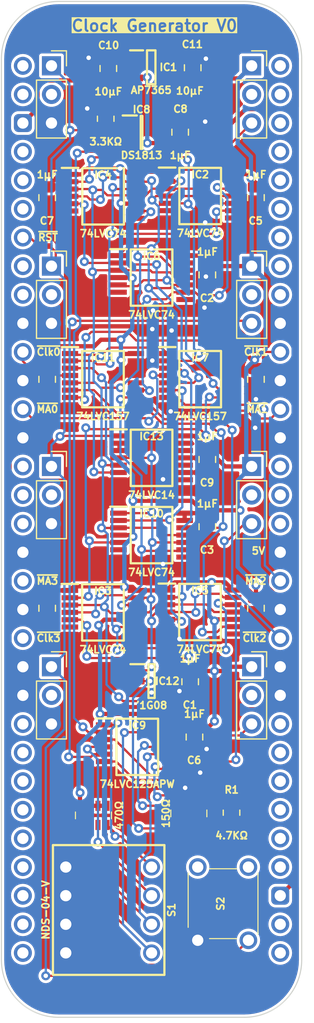
<source format=kicad_pcb>
(kicad_pcb (version 20221018) (generator pcbnew)
  (layers (0 "F.Cu" signal) (31 "B.Cu" signal) (36 "B.SilkS" user "B.Silkscreen") (37 "F.SilkS" user "F.Silkscreen") (38 "B.Mask" user) (39 "F.Mask" user) (44 "Edge.Cuts" user))
  (net 0 "")
  (net 1 "/5V")
  (net 2 "/GND")
  (net 3 "/3.3V")
  (net 18 "/~{Reset}")
  (net 19 "/~{Y2}")
  (net 20 "/~{Y1}")
  (net 21 "/~{Y0}")
  (net 22 "/~{Q}_{0}")
  (net 23 "/~{Q}_{1}")
  (net 24 "/~{Q}_{2}")
  (net 25 "/CLK")
  (net 39 "/CLK1")
  (net 40 "/CLK2")
  (net 41 "/CLK3")
  (net 42 "/R1")
  (net 43 "/R2")
  (net 44 "/R3")
  (net 45 "/R4")
  (net 66 "/~{Reset}_{OUT}")
  (net 68 "Net-(IC9-1Y)")
  (net 69 "Net-(IC9-2Y)")
  (net 70 "Net-(IC9-3Y)")
  (net 71 "Net-(IC9-4Y)")
  (net 72 "/CLK4")
  (net 75 "/MA_{4}")
  (net 76 "/!(~{RST}⋅CLK)")
  (net 93 "/~{RST}")
  (net 94 "/MA_{0}")
  (net 95 "/CK_{0}")
  (net 96 "/CK_{4}")
  (net 97 "/MA_{5}")
  (net 98 "/~{RST}⋅CLK")
  (net 99 "/MA_{1}")
  (net 100 "/CK_{1}")
  (net 101 "/CK_{5}")
  (net 102 "/MA_{2}")
  (net 103 "/CK_{2}")
  (net 104 "/MA_{3}")
  (net 105 "/CK_{3}")
  (net 106 "/Reset")
  (footprint "SamacSys_Parts:C_0805" (layer "F.Cu") (at 91.059 106.553 180)
    (fp_text reference "C4" hide)
    (fp_text value "1μF" hide)
  )
  (footprint "SamacSys_Parts:R_0805" (layer "F.Cu") (at 96.266 63.119)
    (fp_text reference "R2" hide)
    (fp_text value "3.3KΩ")
  )
  (footprint "SamacSys_Parts:C_0805" (layer "F.Cu") (at 96.49 58.674)
    (fp_text reference "C10")
    (fp_text value "10µF")
  )
  (footprint "Connector_PinSocket_2.54mm:PinSocket_1x03_P2.54mm_Vertical" (layer "F.Cu") (at 109.22 93.98)
    (fp_text reference "J7" hide)
    (fp_text value "Conn_01x03_Socket")
  )
  (footprint "SamacSys_Parts:SOT95P285X130-5N" (layer "F.Cu") (at 100.3 58.547)
    (fp_text reference "IC1")
    (fp_text value "AP7365-33WG-7" hide)
  )
  (footprint "SamacSys_Parts:C_0805" (layer "F.Cu") (at 109.601 106.553 180)
    (fp_text reference "C12" hide)
    (fp_text value "1μF" hide)
  )
  (footprint "SamacSys_Parts:C_0805" (layer "F.Cu") (at 109.601 86.233 180)
    (fp_text reference "C14" hide)
    (fp_text value "1μF" hide)
  )
  (footprint "SamacSys_Parts:DIP-64_Board_W22.86mm" (layer "F.Cu") (at 88.9 58.42)
    (fp_text reference "J1" hide)
    (fp_text value "Conn_02x32_Counter_Clockwise")
    (fp_line (start -1.905 -0.635) (end -1.905 79.375) (stroke (width 0.1)) (layer "Edge.Cuts"))
    (fp_line (start 19.685 -5.715) (end 3.175 -5.715) (stroke (width 0.1)) (layer "Edge.Cuts"))
    (fp_line (start 19.685 84.455) (end 3.175 84.455) (stroke (width 0.1)) (layer "Edge.Cuts"))
    (fp_line (start 24.765 79.375) (end 24.765 -0.635) (stroke (width 0.1)) (layer "Edge.Cuts"))
    (fp_arc (start -1.905 -0.635) (mid -0.417102 -4.227102) (end 3.175 -5.715) (stroke (width 0.1)) (layer "Edge.Cuts"))
    (fp_arc (start 3.175 84.455) (mid -0.417102 82.967102) (end -1.905 79.375) (stroke (width 0.1)) (layer "Edge.Cuts"))
    (fp_arc (start 19.685 -5.715) (mid 23.277102 -4.227102) (end 24.765 -0.635) (stroke (width 0.1)) (layer "Edge.Cuts"))
    (fp_arc (start 24.765 79.375) (mid 23.277102 82.967102) (end 19.685 84.455) (stroke (width 0.1)) (layer "Edge.Cuts"))
  )
  (footprint "SamacSys_Parts:SOP65P640X110-14N" (layer "F.Cu") (at 96.012 106.934)
    (fp_text reference "IC3")
    (fp_text value "74LVC74APW,118" hide)
  )
  (footprint "SamacSys_Parts:C_0805" (layer "F.Cu") (at 104.14 117.983 180)
    (fp_text reference "C6")
    (fp_text value "1μF")
  )
  (footprint "SamacSys_Parts:C_0805" (layer "F.Cu") (at 91.059 70.104 180)
    (fp_text reference "C7")
    (fp_text value "1μF")
  )
  (footprint "SamacSys_Parts:CAY16-J4" (layer "F.Cu") (at 95.17 124.9815 90)
    (fp_text reference "RN1" hide)
    (fp_text value "CAY16-471J4LF" hide)
  )
  (footprint "NetTie:NetTie-2_SMD_Pad0.5mm" (layer "F.Cu") (at 90.805 74.422 180)
    (fp_text reference "NT1" hide)
    (fp_text value "NetTie_2" hide)
  )
  (footprint "SamacSys_Parts:SOP65P640X110-14N" (layer "F.Cu") (at 96.029 70.007)
    (fp_text reference "IC4")
    (fp_text value "74LVC74APW,118" hide)
  )
  (footprint "Connector_PinSocket_2.54mm:PinSocket_1x03_P2.54mm_Vertical" (layer "F.Cu") (at 109.22 111.76)
    (fp_text reference "J9" hide)
    (fp_text value "Conn_01x03_Socket")
  )
  (footprint "Connector_PinSocket_2.54mm:PinSocket_1x03_P2.54mm_Vertical" (layer "F.Cu") (at 91.44 93.98)
    (fp_text reference "J6" hide)
    (fp_text value "Conn_01x03_Socket")
  )
  (footprint "SamacSys_Parts:SOP65P640X110-14N" (layer "F.Cu") (at 104.648 69.977)
    (fp_text reference "IC2")
    (fp_text value "74LVC74APW,118" hide)
  )
  (footprint "SamacSys_Parts:C_0805" (layer "F.Cu") (at 105.283 76.962 180)
    (fp_text reference "C2")
    (fp_text value "1μF")
  )
  (footprint "SamacSys_Parts:CAY16-J4" (layer "F.Cu") (at 103.641 124.8055 90)
    (fp_text reference "RN2" hide)
    (fp_text value "CAY16-151J4LF" hide)
  )
  (footprint "SamacSys_Parts:NDS04V" (layer "F.Cu") (at 92.71 129.54 -90)
    (fp_text reference "S1")
    (fp_text value "NDS-04-V")
  )
  (footprint "SamacSys_Parts:C_0805" (layer "F.Cu") (at 103.983 58.608)
    (fp_text reference "C11")
    (fp_text value "10µF")
  )
  (footprint "Connector_PinSocket_2.54mm:PinSocket_1x03_P2.54mm_Vertical" (layer "F.Cu") (at 109.22 76.2)
    (fp_text reference "J5" hide)
    (fp_text value "Conn_01x03_Socket")
  )
  (footprint "Connector_PinSocket_2.54mm:PinSocket_1x03_P2.54mm_Vertical" (layer "F.Cu") (at 91.44 58.42)
    (fp_text reference "J2" hide)
    (fp_text value "Conn_01x03_Socket")
  )
  (footprint "SamacSys_Parts:DTS62NV" (layer "F.Cu") (at 104.43 136.04 90)
    (fp_text reference "S2")
    (fp_text value "DTS-62N-V" hide)
  )
  (footprint "SamacSys_Parts:SOP65P640X110-14N" (layer "F.Cu") (at 100.33 77.216)
    (fp_text reference "IC6")
    (fp_text value "74LVC74APW,118" hide)
  )
  (footprint "Connector_PinSocket_2.54mm:PinSocket_1x03_P2.54mm_Vertical" (layer "F.Cu") (at 91.44 76.2)
    (fp_text reference "J4" hide)
    (fp_text value "Conn_01x03_Socket")
  )
  (footprint "SamacSys_Parts:SOP65P640X110-16N" (layer "F.Cu") (at 104.648 86.233)
    (fp_text reference "IC7")
    (fp_text value "74LVC157APW,118" hide)
  )
  (footprint "SamacSys_Parts:SOP65P640X110-14N" (layer "F.Cu") (at 100.33 100.076)
    (fp_text reference "IC10")
    (fp_text value "74LVC74APW,118" hide)
  )
  (footprint "SamacSys_Parts:R_0805" (layer "F.Cu") (at 107.442 124.714)
    (fp_text reference "R1")
    (fp_text value "4.7KΩ")
  )
  (footprint "SamacSys_Parts:SOP65P640X110-14N" (layer "F.Cu") (at 104.631 106.904)
    (fp_text reference "IC5")
    (fp_text value "74LVC74APW,118" hide)
  )
  (footprint "SamacSys_Parts:C_0805" (layer "F.Cu") (at 102.87 64.328)
    (fp_text reference "C8")
    (fp_text value "1μF")
  )
  (footprint "SamacSys_Parts:SOP65P640X110-16N" (layer "F.Cu") (at 96.012 86.233)
    (fp_text reference "IC11")
    (fp_text value "74LVC157APW,118" hide)
  )
  (footprint "SamacSys_Parts:SOT95P275X110-5N" (layer "F.Cu") (at 100.33 113.03)
    (fp_text reference "IC12")
    (fp_text value "74LVC1G08GV,125" hide)
  )
  (footprint "SamacSys_Parts:C_0805" (layer "F.Cu") (at 91.059 86.233 180)
    (fp_text reference "C13" hide)
    (fp_text value "1μF" hide)
  )
  (footprint "SamacSys_Parts:C_0805" (layer "F.Cu") (at 105.283 99.314 180)
    (fp_text reference "C3")
    (fp_text value "1μF")
  )
  (footprint "SamacSys_Parts:C_0805" (layer "F.Cu") (at 109.601 70.104 180)
    (fp_text reference "C5")
    (fp_text value "1μF")
  )
  (footprint "SamacSys_Parts:SOP65P640X110-14N" (layer "F.Cu") (at 99.06 118.872)
    (fp_text reference "IC9")
    (fp_text value "74LVC125APW-Q100J" hide)
  )
  (footprint "SamacSys_Parts:SOT95P237X112-3N" (layer "F.Cu") (at 99.441 64.328)
    (fp_text reference "IC8")
    (fp_text value "DS1813R-10+T&R" hide)
  )
  (footprint "SamacSys_Parts:SOP65P640X110-14N" (layer "F.Cu") (at 100.33 93.218)
    (fp_text reference "IC13")
    (fp_text value "74LVC14APW,118" hide)
  )
  (footprint "Connector_PinSocket_2.54mm:PinSocket_1x03_P2.54mm_Vertical" (layer "F.Cu") (at 109.22 58.42)
    (fp_text reference "J3" hide)
    (fp_text value "Conn_01x03_Socket")
  )
  (footprint "Connector_PinSocket_2.54mm:PinSocket_1x03_P2.54mm_Vertical" (layer "F.Cu") (at 91.44 111.76)
    (fp_text reference "J8" hide)
    (fp_text value "Conn_01x03_Socket")
  )
  (footprint "SamacSys_Parts:C_0805" (layer "F.Cu") (at 103.759 113.075 180)
    (fp_text reference "C1")
    (fp_text value "1μF")
  )
  (footprint "SamacSys_Parts:C_0805" (layer "F.Cu") (at 105.283 93.345 180)
    (fp_text reference "C9")
    (fp_text value "1μF")
  )
  (footprint "SamacSys_Parts:PinHeader_1x32_P2.54mm_Vertical" (layer "B.Cu") (at 88.9 58.42 180)
    (fp_text reference "J11" hide)
    (fp_text value "Pin_Header_01x32")
  )
  (footprint "SamacSys_Parts:PinHeader_1x32_P2.54mm_Vertical" (layer "B.Cu") (at 111.76 58.542 180)
    (fp_text reference "J10" hide)
    (fp_text value "Pin_Header_01x32")
  )
  (gr_text "~{Clk2}" (at 110.617 109.22) (layer "F.SilkS") (effects (font (size 0.635 0.635) (thickness 0.15) bold) (justify right)))
  (gr_text "~{MA0}" (at 90.043 88.9) (layer "F.SilkS") (effects (font (size 0.635 0.635) (thickness 0.15) bold) (justify left)))
  (gr_text "Clock Generator V0" (at 100.584 54.864) (layer "F.SilkS" knockout) (effects (font (size 1 1) (thickness 0.2) bold)))
  (gr_text "~{MA3}" (at 90.043 104.14) (layer "F.SilkS") (effects (font (size 0.635 0.635) (thickness 0.15) bold) (justify left)))
  (gr_text "~{MA1}" (at 110.744 88.9) (layer "F.SilkS") (effects (font (size 0.635 0.635) (thickness 0.15) bold) (justify right)))
  (gr_text "~{Clk1}" (at 110.744 83.82) (layer "F.SilkS") (effects (font (size 0.635 0.635) (thickness 0.15) bold) (justify right)))
  (gr_text "~{Clk3}" (at 90.043 109.22) (layer "F.SilkS") (effects (font (size 0.635 0.635) (thickness 0.15) bold) (justify left)))
  (gr_text "~{RST}" (at 90.17 73.66) (layer "F.SilkS") (effects (font (size 0.635 0.635) (thickness 0.15) bold) (justify left)))
  (gr_text "~{MA2}" (at 110.617 104.14) (layer "F.SilkS") (effects (font (size 0.635 0.635) (thickness 0.15) bold) (justify right)))
  (gr_text "5V" (at 110.49 101.473) (layer "F.SilkS") (effects (font (size 0.635 0.635) (thickness 0.15) bold) (justify right)))
  (gr_text "~{Clk0}" (at 90.043 83.82) (layer "F.SilkS") (effects (font (size 0.635 0.635) (thickness 0.15) bold) (justify left)))
  (segment (start 99 59.497) (end 99.888 59.497) (width 0.38) (layer "F.Cu") (net 1))
  (segment (start 102.854 65.278) (end 99.948998 65.278) (width 0.38) (layer "F.Cu") (net 1))
  (segment (start 105.68 65.262) (end 108.682 62.26) (width 0.38) (layer "F.Cu") (net 1))
  (segment (start 99.888 59.497) (end 99.949 59.436) (width 0.38) (layer "F.Cu") (net 1))
  (segment (start 113.03 62.611) (end 113.03 130.81) (width 0.38) (layer "F.Cu") (net 1))
  (segment (start 113.03 130.81) (end 111.76 132.08) (width 0.38) (layer "F.Cu") (net 1))
  (segment (start 102.87 65.262) (end 105.68 65.262) (width 0.38) (layer "F.Cu") (net 1))
  (segment (start 88.9 63.5) (end 90.2 62.2) (width 0.38) (layer "F.Cu") (net 1))
  (segment (start 99 59.497) (end 96.601 59.497) (width 0.38) (layer "F.Cu") (net 1))
  (segment (start 99 57.597) (end 98.501 57.597) (width 0.38) (layer "F.Cu") (net 1))
  (segment (start 98.391 65.278) (end 99.948998 65.278) (width 0.38) (layer "F.Cu") (net 1))
  (segment (start 98.501 57.597) (end 96.49 59.608) (width 0.38) (layer "F.Cu") (net 1))
  (segment (start 90.2 62.2) (end 90.2 60.295) (width 0.38) (layer "F.Cu") (net 1))
  (segment (start 108.682 62.26) (end 112.679 62.26) (width 0.38) (layer "F.Cu") (net 1))
  (segment (start 90.775 59.72) (end 96.378 59.72) (width 0.38) (layer "F.Cu") (net 1))
  (segment (start 90.2 60.295) (end 90.775 59.72) (width 0.38) (layer "F.Cu") (net 1))
  (segment (start 112.679 62.26) (end 113.03 62.611) (width 0.38) (layer "F.Cu") (net 1))
  (via (at 99.949 59.436) (size 0.8) (drill 0.4) (layers "F.Cu" "B.Cu") (net 1))
  (via (at 99.948998 65.278) (size 0.8) (drill 0.4) (layers "F.Cu" "B.Cu") (net 1))
  (segment (start 99.948998 59.436002) (end 99.948998 65.278) (width 0.38) (layer "B.Cu") (net 1))
  (segment (start 99.949 59.436) (end 99.948998 59.436002) (width 0.38) (layer "B.Cu") (net 1))
  (segment (start 93.729525 81.915) (end 94.101525 81.543) (width 0.38) (layer "F.Cu") (net 2))
  (segment (start 108.502 89.523) (end 106.033 89.523) (width 0.38) (layer "F.Cu") (net 2))
  (segment (start 109.601 87.199) (end 110.921 87.199) (width 0.38) (layer "F.Cu") (net 2))
  (segment (start 104.693 71.927) (end 105.0925 72.3265) (width 0.38) (layer "F.Cu") (net 2))
  (segment (start 104.43 131.663) (end 104.43 136.04) (width 0.38) (layer "F.Cu") (net 2))
  (segment (start 98.937 84.608) (end 100.369 84.608) (width 0.38) (layer "F.Cu") (net 2))
  (segment (start 105.258 115.54) (end 110.52 115.54) (width 0.38) (layer "F.Cu") (net 2))
  (segment (start 105.308 72.542) (end 105.0925 72.3265) (width 0.38) (layer "F.Cu") (net 2))
  (segment (start 96.012 95.25) (end 96.094 95.168) (width 0.38) (layer "F.Cu") (net 2))
  (segment (start 103.248 56.907) (end 99.965 56.907) (width 0.38) (layer "F.Cu") (net 2))
  (segment (start 96.094 95.168) (end 97.392 95.168) (width 0.38) (layer "F.Cu") (net 2))
  (segment (start 110.109 108.027) (end 109.601 107.519) (width 0.38) (layer "F.Cu") (net 2))
  (segment (start 109.601 71.07) (end 109.601 72.136) (width 0.38) (layer "F.Cu") (net 2))
  (segment (start 100.522 81.915) (end 100.395 81.788) (width 0.38) (layer "F.Cu") (net 2))
  (segment (start 101.174 71.927) (end 101.71 71.927) (width 0.38) (layer "F.Cu") (net 2))
  (segment (start 102.373004 108.854) (end 102.804509 109.285505) (width 0.38) (layer "F.Cu") (net 2))
  (segment (start 104.648 121.158) (end 105.283 121.158) (width 0.38) (layer "F.Cu") (net 2))
  (segment (start 100.457 80.137) (end 98.044 80.137) (width 0.38) (layer "F.Cu") (net 2))
  (segment (start 91.059 87.585) (end 91.982 88.508) (width 0.38) (layer "F.Cu") (net 2))
  (segment (start 92.71 121.33) (end 91.44 120.06) (width 0.38) (layer "F.Cu") (net 2))
  (segment (start 92.7335 62.2065) (end 94.615 62.2065) (width 0.38) (layer "F.Cu") (net 2))
  (segment (start 91.059 107.519) (end 89.739 107.519) (width 0.38) (layer "F.Cu") (net 2))
  (segment (start 106.033 89.523) (end 105.598972 89.088972) (width 0.38) (layer "F.Cu") (net 2))
  (segment (start 91.059 107.9865) (end 91.9565 108.884) (width 0.38) (layer "F.Cu") (net 2))
  (segment (start 108.6915 109.474) (end 102.993004 109.474) (width 0.38) (layer "F.Cu") (net 2))
  (segment (start 96.49 57.708) (end 97.291 56.907) (width 0.38) (layer "F.Cu") (net 2))
  (segment (start 101.346 102.641) (end 104.3955 102.641) (width 0.38) (layer "F.Cu") (net 2))
  (segment (start 91.059 87.199) (end 91.059 87.585) (width 0.38) (layer "F.Cu") (net 2))
  (segment (start 100.457 80.137) (end 104.775 80.137) (width 0.38) (layer "F.Cu") (net 2))
  (segment (start 96.122 120.822) (end 93.218 120.822) (width 0.38) (layer "F.Cu") (net 2))
  (segment (start 107.432 123.307) (end 107.432 123.8015) (width 0.38) (layer "F.Cu") (net 2))
  (segment (start 102.1505 93.218) (end 103.268 93.218) (width 0.38) (layer "F.Cu") (net 2))
  (segment (start 111.76 106.68) (end 111.76 105.822915) (width 0.38) (layer "F.Cu") (net 2))
  (segment (start 105.283 121.158) (end 107.432 123.307) (width 0.38) (layer "F.Cu") (net 2))
  (segment (start 97.806392 122.506392) (end 103.313 122.506392) (width 0.38) (layer "F.Cu") (net 2))
  (segment (start 87.71 92.63) (end 88.9 91.44) (width 0.38) (layer "F.Cu") (net 2))
  (segment (start 92.71 129.54) (end 92.71 132.08) (width 0.38) (layer "F.Cu") (net 2))
  (segment (start 100.491 63.648) (end 100.491 64.328) (width 0.38) (layer "F.Cu") (net 2))
  (segment (start 103.759 114.041) (end 102.926486 114.041) (width 0.38) (layer "F.Cu") (net 2))
  (segment (start 91.059 107.519) (end 91.059 107.9865) (width 0.38) (layer "F.Cu") (net 2))
  (segment (start 97.392 95.168) (end 97.31 95.25) (width 0.38) (layer "F.Cu") (net 2))
  (segment (start 93.511 82.13) (end 92.29 82.13) (width 0.38) (layer "F.Cu") (net 2))
  (segment (start 109.093 108.027) (end 109.093 109.0725) (width 0.38) (layer "F.Cu") (net 2))
  (segment (start 109.53 90.551) (end 108.502 89.523) (width 0.38) (layer "F.Cu") (net 2))
  (segment (start 110.57 102.79) (end 111.76 101.6) (width 0.38) (layer "F.Cu") (net 2))
  (segment (start 92.71 132.08) (end 92.71 134.62) (width 0.38) (layer "F.Cu") (net 2))
  (segment (start 99.08 113.98) (end 100.264 113.98) (width 0.38) (layer "F.Cu") (net 2))
  (segment (start 110.921 87.199) (end 111.76 86.36) (width 0.38) (layer "F.Cu") (net 2))
  (segment (start 108.522 124.8915) (end 108.522 127.571) (width 0.38) (layer "F.Cu") (net 2))
  (segment (start 109.195 72.542) (end 105.308 72.542) (width 0.38) (layer "F.Cu") (net 2))
  (segment (start 110.363 82.677) (end 108.863375 82.677) (width 0.38) (layer "F.Cu") (net 2))
  (segment (start 99.965 58.287) (end 99.705 58.547) (width 0.38) (layer "F.Cu") (net 2))
  (segment (start 105.106006 118.949) (end 105.219503 119.062497) (width 0.38) (layer "F.Cu") (net 2))
  (segment (start 100.491 64.328) (end 101.904 64.328) (width 0.38) (layer "F.Cu") (net 2))
  (segment (start 101.951 94.518) (end 101.346 95.123) (width 0.38) (layer "F.Cu") (net 2))
  (segment (start 91.44 120.06) (end 91.44 116.84) (width 0.38) (layer "F.Cu") (net 2))
  (segment (start 97.2245 71.957) (end 97.8395 72.572) (width 0.38) (layer "F.Cu") (net 2))
  (segment (start 91.059 87.199) (end 89.739 87.199) (width 0.38) (layer "F.Cu") (net 2))
  (segment (start 111.76 114.3) (end 111.76 111.76) (width 0.38) (layer "F.Cu") (net 2))
  (segment (start 111.76 101.6) (end 106.561765 101.6) (width 0.38) (layer "F.Cu") (net 2))
  (segment (start 103.268 91.918) (end 102.1755 91.918) (width 0.38) (layer "F.Cu") (net 2))
  (segment (start 104.19 93.218) (end 105.283 94.311) (width 0.38) (layer "F.Cu") (net 2))
  (segment (start 95.93 108.884) (end 96.545 109.499) (width 0.38) (layer "F.Cu") (net 2))
  (segment (start 102.108 81.915) (end 100.522 81.915) (width 0.38) (layer "F.Cu") (net 2))
  (segment (start 89.739 87.199) (end 88.9 86.36) (width 0.38) (layer "F.Cu") (net 2))
  (segment (start 103.268 94.518) (end 101.951 94.518) (width 0.38) (layer "F.Cu") (net 2))
  (segment (start 87.71 94.568) (end 87.71 92.63) (width 0.38) (layer "F.Cu") (net 2))
  (segment (start 108.101375 81.915) (end 102.108 81.915) (width 0.38) (layer "F.Cu") (net 2))
  (segment (start 100.529 72.572) (end 101.174 71.927) (width 0.38) (layer "F.Cu") (net 2))
  (segment (start 96.49 57.708) (end 94.742 57.708) (width 0.38) (layer "F.Cu") (net 2))
  (segment (start 105.283 101.7535) (end 105.283 100.28) (width 0.38) (layer "F.Cu") (net 2))
  (segment (start 98.937 85.258) (end 98.937 85.908) (width 0.38) (layer "F.Cu") (net 2))
  (segment (start 111.76 105.822915) (end 110.57 104.632915) (width 0.38) (layer "F.Cu") (net 2))
  (segment (start 103.983 57.642) (end 105.013 57.642) (width 0.38) (layer "F.Cu") (net 2))
  (segment (start 92.29 82.13) (end 91.44 81.28) (width 0.38) (layer "F.Cu") (net 2))
  (segment (start 98.044 80.137) (end 97.392 79.485) (width 0.38) (layer "F.Cu") (net 2))
  (segment (start 109.601 106.807) (end 109.728 106.68) (width 0.38) (layer "F.Cu") (net 2))
  (segment (start 93.074 108.884) (end 95.93 108.884) (width 0.38) (layer "F.Cu") (net 2))
  (segment (start 102.1405 91.953) (end 102.1405 93.208) (width 0.38) (layer "F.Cu") (net 2))
  (segment (start 91.946 71.957) (end 93.091 71.957) (width 0.38) (layer "F.Cu") (net 2))
  (segment (start 104.14 118.949) (end 105.106006 118.949) (width 0.38) (layer "F.Cu") (net 2))
  (segment (start 97.392 79.485) (end 97.392 79.166) (width 0.38) (layer "F.Cu") (net 2))
  (segment (start 93.091 71.957) (end 97.2245 71.957) (width 0.38) (layer "F.Cu") (net 2))
  (segment (start 94.101525 81.543) (end 100.15 81.543) (width 0.38) (layer "F.Cu") (net 2))
  (segment (start 98.216 102.026) (end 98.831 102.641) (width 0.38) (layer "F.Cu") (net 2))
  (segment (start 107.432 123.8015) (end 108.522 124.8915) (width 0.38) (layer "F.Cu") (net 2))
  (segment (start 92.71 134.62) (end 92.71 137.16) (width 0.38) (layer "F.Cu") (net 2))
  (segment (start 108.522 127.571) (end 104.43 131.663) (width 0.38) (layer "F.Cu") (net 2))
  (segment (start 105.076 94.518) (end 103.268 94.518) (width 0.38) (layer "F.Cu") (net 2))
  (segment (start 111.76 111.76) (end 110.109 110.109) (width 0.38) (layer "F.Cu") (net 2))
  (segment (start 102.993004 109.474) (end 102.804509 109.285505) (width 0.38) (layer "F.Cu") (net 2))
  (segment (start 96.256 62.2065) (end 94.615 62.2065) (width 0.38) (layer "F.Cu") (net 2))
  (segment (start 93.8545 138.3045) (end 102.1655 138.3045) (width 0.38) (layer "F.Cu") (net 2))
  (segment (start 88.392 95.25) (end 87.71 94.568) (width 0.38) (layer "F.Cu") (net 2))
  (segment (start 91.059 71.07) (end 91.946 71.957) (width 0.38) (layer "F.Cu") (net 2))
  (segment (start 102.1405 93.208) (end 102.1505 93.218) (width 0.38) (layer "F.Cu") (net 2))
  (segment (start 109.601 107.519) (end 109.601 106.807) (width 0.38) (layer "F.Cu") (net 2))
  (segment (start 109.601 72.136) (end 109.195 72.542) (width 0.38) (layer "F.Cu") (net 2))
  (segment (start 106.561765 101.6) (end 105.283 100.321235) (width 0.38) (layer "F.Cu") (net 2))
  (segment (start 105.598972 89.088972) (end 102.027006 89.088972) (width 0.38) (layer "F.Cu") (net 2))
  (segment (start 93.726 81.915) (end 93.511 82.13) (width 0.38) (layer "F.Cu") (net 2))
  (segment (start 105.092498 63.373) (end 105.0925 63.372998) (width 0.38) (layer "F.Cu") (net 2))
  (segment (start 109.728 106.68) (end 111.76 106.68) (width 0.38) (layer "F.Cu") (net 2))
  (segment (start 92.71 129.54) (end 92.71 121.33) (width 0.38) (layer "F.Cu") (net 2))
  (segment (start 88.9 114.3) (end 91.44 116.84) (width 0.38) (layer "F.Cu") (net 2))
  (segment (start 109.601 107.519) (end 109.093 108.027) (width 0.38) (layer "F.Cu") (net 2))
  (segment (start 97.392 102.026) (end 98.216 102.026) (width 0.38) (layer "F.Cu") (net 2))
  (segment (start 96.256 62.2065) (end 99.0495 62.2065) (width 0.38) (layer "F.Cu") (net 2))
  (segment (start 101.71 71.927) (end 104.693 71.927) (width 0.38) (layer "F.Cu") (net 2))
  (segment (start 105.283 77.2545) (end 105.156 77.1275) (width 0.38) (layer "F.Cu") (net 2))
  (segment (start 105.013 57.642) (end 105.156 57.785) (width 0.38) (layer "F.Cu") (net 2))
  (segment (start 103.268 93.218) (end 104.19 93.218) (width 0.38) (layer "F.Cu") (net 2))
  (segment (start 98.831 102.641) (end 101.346 102.641) (width 0.38) (layer "F.Cu") (net 2))
  (segment (start 102.027006 88.812006) (end 102.027006 89.088972) (width 0.38) (layer "F.Cu") (net 2))
  (segment (start 92.71 137.16) (end 93.8545 138.3045) (width 0.38) (layer "F.Cu") (net 2))
  (segment (start 102.1655 138.3045) (end 104.43 136.04) (width 0.38) (layer "F.Cu") (net 2))
  (segment (start 111.76 91.44) (end 110.419 91.44) (width 0.38) (layer "F.Cu") (net 2))
  (segment (start 101.904 64.328) (end 102.87 63.362) (width 0.38) (layer "F.Cu") (net 2))
  (segment (start 102.926486 114.041) (end 102.804502 113.919016) (width 0.38) (layer "F.Cu") (net 2))
  (segment (start 91.44 63.5) (end 92.7335 62.2065) (width 0.38) (layer "F.Cu") (net 2))
  (segment (start 91.982 88.508) (end 93.087 88.508) (width 0.38) (layer "F.Cu") (net 2))
  (segment (start 91.44 81.28) (end 88.9 81.28) (width 0.38) (layer "F.Cu") (net 2))
  (segment (start 100.15 81.543) (end 100.395 81.788) (width 0.38) (layer "F.Cu") (net 2))
  (segment (start 103.983 57.642) (end 103.248 56.907) (width 0.38) (layer "F.Cu") (net 2))
  (segment (start 97.291 56.907) (end 99.965 56.907) (width 0.38) (layer "F.Cu") (net 2))
  (segment (start 110.419 91.44) (end 109.53 90.551) (width 0.38) (layer "F.Cu") (net 2))
  (segment (start 103.759 114.041) (end 105.258 115.54) (width 0.38) (layer "F.Cu") (net 2))
  (segment (start 92.71 121.33) (end 93.218 120.822) (width 0.38) (layer "F.Cu") (net 2))
  (segment (start 101.723 88.508) (end 102.027006 88.812006) (width 0.38) (layer "F.Cu") (net 2))
  (segment (start 111.76 81.28) (end 110.363 82.677) (width 0.38) (layer "F.Cu") (net 2))
  (segment (start 99.0495 62.2065) (end 100.491 63.648) (width 0.38) (layer "F.Cu") (net 2))
  (segment (start 110.109 110.109) (end 110.109 108.027) (width 0.38) (layer "F.Cu") (net 2))
  (segment (start 94.406 102.026) (end 91.44 99.06) (width 0.38) (layer "F.Cu") (net 2))
  (segment (start 102.881 63.373) (end 105.092498 63.373) (width 0.38) (layer "F.Cu") (net 2))
  (segment (start 100.369 84.608) (end 100.395 84.582) (width 0.38) (layer "F.Cu") (net 2))
  (segment (start 97.392 102.026) (end 94.406 102.026) (width 0.38) (layer "F.Cu") (net 2))
  (segment (start 100.264 113.98) (end 100.33 114.046) (width 0.38) (layer "F.Cu") (net 2))
  (segment (start 104.775 80.137) (end 105.029 79.883) (width 0.38) (layer "F.Cu") (net 2))
  (segment (start 101.301 95.168) (end 101.346 95.123) (width 0.38) (layer "F.Cu") (net 2))
  (segment (start 108.863375 82.677) (end 108.101375 81.915) (width 0.38) (layer "F.Cu") (net 2))
  (segment (start 109.601 87.199) (end 109.601 88.011) (width 0.38) (layer "F.Cu") (net 2))
  (segment (start 101.048 109.499) (end 101.693 108.854) (width 0.38) (layer "F.Cu") (net 2))
  (segment (start 97.392 95.168) (end 101.301 95.168) (width 0.38) (layer "F.Cu") (net 2))
  (segment (start 98.937 84.608) (end 98.937 85.258) (width 0.38) (layer "F.Cu") (net 2))
  (segment (start 110.57 104.632915) (end 110.57 102.79) (width 0.38) (layer "F.Cu") (net 2))
  (segment (start 91.9565 108.884) (end 93.074 108.884) (width 0.38) (layer "F.Cu") (net 2))
  (segment (start 96.012 95.25) (end 88.392 95.25) (width 0.38) (layer "F.Cu") (net 2))
  (segment (start 109.093 109.0725) (end 108.6915 109.474) (width 0.38) (layer "F.Cu") (net 2))
  (segment (start 104.3955 102.641) (end 105.283 101.7535) (width 0.38) (layer "F.Cu") (net 2))
  (segment (start 101.693 108.854) (end 102.373004 108.854) (width 0.38) (layer "F.Cu") (net 2))
  (segment (start 96.545 109.499) (end 101.048 109.499) (width 0.38) (layer "F.Cu") (net 2))
  (segment (start 97.8395 72.572) (end 100.529 72.572) (width 0.38) (layer "F.Cu") (net 2))
  (segment (start 102.1755 91.918) (end 102.1405 91.953) (width 0.38) (layer "F.Cu") (net 2))
  (segment (start 96.122 120.822) (end 97.806392 122.506392) (width 0.38) (layer "F.Cu") (net 2))
  (segment (start 99.705 58.547) (end 99 58.547) (width 0.38) (layer "F.Cu") (net 2))
  (segment (start 105.283 77.928) (end 105.283 77.2545) (width 0.38) (layer "F.Cu") (net 2))
  (segment (start 110.52 115.54) (end 111.76 114.3) (width 0.38) (layer "F.Cu") (net 2))
  (segment (start 88.9 114.3) (end 88.9 111.76) (width 0.38) (layer "F.Cu") (net 2))
  (segment (start 89.739 107.519) (end 88.9 106.68) (width 0.38) (layer "F.Cu") (net 2))
  (segment (start 99.965 56.907) (end 99.965 58.287) (width 0.38) (layer "F.Cu") (net 2))
  (via (at 101.346 102.641) (size 0.8) (drill 0.4) (layers "F.Cu" "B.Cu") (net 2))
  (via (at 103.313 122.506392) (size 0.8) (drill 0.4) (layers "F.Cu" "B.Cu") (net 2))
  (via (at 105.156 77.1275) (size 0.8) (drill 0.4) (layers "F.Cu" "B.Cu") (net 2))
  (via (at 104.648 121.158) (size 0.8) (drill 0.4) (layers "F.Cu" "B.Cu") (net 2))
  (via (at 100.457 80.137) (size 0.8) (drill 0.4) (layers "F.Cu" "B.Cu") (net 2))
  (via (at 109.53 90.551) (size 0.8) (drill 0.4) (layers "F.Cu" "B.Cu") (net 2))
  (via (at 100.395 81.788) (size 0.8) (drill 0.4) (layers "F.Cu" "B.Cu") (net 2))
  (via (at 101.346 95.123) (size 0.8) (drill 0.4) (layers "F.Cu" "B.Cu") (net 2))
  (via (at 105.029 79.883) (size 0.8) (drill 0.4) (layers "F.Cu" "B.Cu") (net 2))
  (via (at 102.027006 89.088972) (size 0.8) (drill 0.4) (layers "F.Cu" "B.Cu") (net 2))
  (via (at 94.742 57.708) (size 0.8) (drill 0.4) (layers "F.Cu" "B.Cu") (net 2))
  (via (at 102.804509 109.285505) (size 0.8) (drill 0.4) (layers "F.Cu" "B.Cu") (net 2))
  (via (at 94.615 62.2065) (size 0.8) (drill 0.4) (layers "F.Cu" "B.Cu") (net 2))
  (via (at 102.804502 113.919016) (size 0.8) (drill 0.4) (layers "F.Cu" "B.Cu") (net 2))
  (via (at 105.219503 119.062497) (size 0.8) (drill 0.4) (layers "F.Cu" "B.Cu") (net 2))
  (via (at 102.108 81.915) (size 0.8) (drill 0.4) (layers "F.Cu" "B.Cu") (net 2))
  (via (at 100.395 84.582) (size 0.8) (drill 0.4) (layers "F.Cu" "B.Cu") (net 2))
  (via (at 109.601 88.011) (size 0.8) (drill 0.4) (layers "F.Cu" "B.Cu") (net 2))
  (via (at 105.0925 72.3265) (size 0.8) (drill 0.4) (layers "F.Cu" "B.Cu") (net 2))
  (via (at 105.156 57.785) (size 0.8) (drill 0.4) (layers "F.Cu" "B.Cu") (net 2))
  (via (at 100.33 114.046) (size 0.8) (drill 0.4) (layers "F.Cu" "B.Cu") (net 2))
  (via (at 105.0925 63.372998) (size 0.8) (drill 0.4) (layers "F.Cu" "B.Cu") (net 2))
  (segment (start 100.457 80.137) (end 100.457 81.726) (width 0.38) (layer "B.Cu") (net 2))
  (segment (start 104.648 121.158) (end 104.648 121.031) (width 0.38) (layer "B.Cu") (net 2))
  (segment (start 102.108 94.361) (end 102.108 89.169966) (width 0.38) (layer "B.Cu") (net 2))
  (segment (start 88.9 91.44) (end 90.09 92.63) (width 0.38) (layer "B.Cu") (net 2))
  (segment (start 94.615 62.2065) (end 94.742 62.0795) (width 0.38) (layer "B.Cu") (net 2))
  (segment (start 87.71 87.55) (end 87.71 90.25) (width 0.38) (layer "B.Cu") (net 2))
  (segment (start 102.804502 113.919016) (end 102.804502 109.285512) (width 0.38) (layer "B.Cu") (net 2))
  (segment (start 100.457 81.726) (end 100.395 81.788) (width 0.38) (layer "B.Cu") (net 2))
  (segment (start 87.71 85.17) (end 88.9 86.36) (width 0.38) (layer "B.Cu") (net 2))
  (segment (start 101.473 107.953996) (end 101.473 102.768) (width 0.38) (layer "B.Cu") (net 2))
  (segment (start 101.346 95.123) (end 102.108 94.361) (width 0.38) (layer "B.Cu") (net 2))
  (segment (start 111.76 91.44) (end 112.95 90.25) (width 0.38) (layer "B.Cu") (net 2))
  (segment (start 105.156 72.39) (end 105.0925 72.3265) (width 0.38) (layer "B.Cu") (net 2))
  (segment (start 101.346 99.695) (end 101.140998 99.489998) (width 0.38) (layer "B.Cu") (net 2))
  (segment (start 87.71 90.25) (end 88.9 91.44) (width 0.38) (layer "B.Cu") (net 2))
  (segment (start 109.601 88.011) (end 109.53 88.082) (width 0.38) (layer "B.Cu") (net 2))
  (segment (start 102.804509 109.285505) (end 101.473 107.953996) (width 0.38) (layer "B.Cu") (net 2))
  (segment (start 102.108 89.169966) (end 102.027006 89.088972) (width 0.38) (layer "B.Cu") (net 2))
  (segment (start 104.648 121.031) (end 105.219503 120.459497) (width 0.38) (layer "B.Cu") (net 2))
  (segment (start 101.140998 99.489998) (end 101.140998 95.328002) (width 0.38) (layer "B.Cu") (net 2))
  (segment (start 88.9 86.36) (end 87.71 87.55) (width 0.38) (layer "B.Cu") (net 2))
  (segment (start 88.9 106.68) (end 87.71 107.87) (width 0.38) (layer "B.Cu") (net 2))
  (segment (start 112.95 85.17) (end 111.76 86.36) (width 0.38) (layer "B.Cu") (net 2))
  (segment (start 102.804502 116.393502) (end 102.804502 113.919016) (width 0.38) (layer "B.Cu") (net 2))
  (segment (start 100.395 82.042) (end 100.395 81.788) (width 0.38) (layer "B.Cu") (net 2))
  (segment (start 90.09 97.71) (end 91.44 99.06) (width 0.38) (layer "B.Cu") (net 2))
  (segment (start 102.677518 114.046) (end 102.804502 113.919016) (width 0.38) (layer "B.Cu") (net 2))
  (segment (start 111.76 81.28) (end 112.95 82.47) (width 0.38) (layer "B.Cu") (net 2))
  (segment (start 87.71 82.47) (end 87.71 85.17) (width 0.38) (layer "B.Cu") (net 2))
  (segment (start 112.95 82.47) (end 112.95 85.17) (width 0.38) (layer "B.Cu") (net 2))
  (segment (start 103.313 122.506392) (end 103.313 122.366) (width 0.38) (layer "B.Cu") (net 2))
  (segment (start 105.0925 63.372998) (end 105.156 63.309498) (width 0.38) (layer "B.Cu") (net 2))
  (segment (start 90.09 92.63) (end 90.09 97.71) (width 0.38) (layer "B.Cu") (net 2))
  (segment (start 100.395 84.582) (end 100.395 82.042) (width 0.38) (layer "B.Cu") (net 2))
  (segment (start 88.9 101.6) (end 87.71 102.79) (width 0.38) (layer "B.Cu") (net 2))
  (segment (start 87.71 105.49) (end 88.9 106.68) (width 0.38) (layer "B.Cu") (net 2))
  (segment (start 112.95 87.55) (end 111.76 86.36) (width 0.38) (layer "B.Cu") (net 2))
  (segment (start 112.95 90.25) (end 112.95 87.55) (width 0.38) (layer "B.Cu") (net 2))
  (segment (start 105.156 63.309498) (end 105.156 57.785) (width 0.38) (layer "B.Cu") (net 2))
  (segment (start 105.219503 119.062497) (end 105.219503 118.808503) (width 0.38) (layer "B.Cu") (net 2))
  (segment (start 87.71 102.79) (end 87.71 105.49) (width 0.38) (layer "B.Cu") (net 2))
  (segment (start 102.804502 109.285512) (end 102.804509 109.285505) (width 0.38) (layer "B.Cu") (net 2))
  (segment (start 88.9 101.6) (end 91.44 99.06) (width 0.38) (layer "B.Cu") (net 2))
  (segment (start 105.219503 118.808503) (end 102.804502 116.393502) (width 0.38) (layer "B.Cu") (net 2))
  (segment (start 109.53 88.082) (end 109.53 90.551) (width 0.38) (layer "B.Cu") (net 2))
  (segment (start 100.33 114.046) (end 102.677518 114.046) (width 0.38) (layer "B.Cu") (net 2))
  (segment (start 87.71 107.87) (end 87.71 110.57) (width 0.38) (layer "B.Cu") (net 2))
  (segment (start 105.156 77.1275) (end 105.156 72.39) (width 0.38) (layer "B.Cu") (net 2))
  (segment (start 102.027006 89.088972) (end 102.027006 81.995994) (width 0.38) (layer "B.Cu") (net 2))
  (segment (start 105.156 77.1275) (end 105.156 79.756) (width 0.38) (layer "B.Cu") (net 2))
  (segment (start 104.521 121.158) (end 104.648 121.158) (width 0.38) (layer "B.Cu") (net 2))
  (segment (start 103.313 122.366) (end 104.521 121.158) (width 0.38) (layer "B.Cu") (net 2))
  (segment (start 87.71 110.57) (end 88.9 111.76) (width 0.38) (layer "B.Cu") (net 2))
  (segment (start 101.346 102.641) (end 101.346 99.695) (width 0.38) (layer "B.Cu") (net 2))
  (segment (start 105.156 79.756) (end 105.029 79.883) (width 0.38) (layer "B.Cu") (net 2))
  (segment (start 101.473 102.768) (end 101.346 102.641) (width 0.38) (layer "B.Cu") (net 2))
  (segment (start 102.027006 81.995994) (end 102.108 81.915) (width 0.38) (layer "B.Cu") (net 2))
  (segment (start 88.9 81.28) (end 87.71 82.47) (width 0.38) (layer "B.Cu") (net 2))
  (segment (start 105.0925 72.3265) (end 105.0925 63.372998) (width 0.38) (layer "B.Cu") (net 2))
  (segment (start 94.742 62.0795) (end 94.742 57.708) (width 0.38) (layer "B.Cu") (net 2))
  (segment (start 101.140998 95.328002) (end 101.346 95.123) (width 0.38) (layer "B.Cu") (net 2))
  (segment (start 105.219503 120.459497) (end 105.219503 119.062497) (width 0.38) (layer "B.Cu") (net 2))
  (segment (start 93.091 68.057) (end 94.122 68.057) (width 0.38) (layer "F.Cu") (net 3))
  (segment (start 98.967 70.657) (end 97.657394 70.657) (width 0.38) (layer "F.Cu") (net 3))
  (segment (start 101.6 57.597) (end 102.038 57.597) (width 0.38) (layer "F.Cu") (net 3))
  (segment (start 103.268 98.126) (end 103.268 98.776) (width 0.38) (layer "F.Cu") (net 3))
  (segment (start 97.392 100.076) (end 98.552 100.076) (width 0.38) (layer "F.Cu") (net 3))
  (segment (start 97.608695 84.274854) (end 97.608695 84.532686) (width 0.38) (layer "F.Cu") (net 3))
  (segment (start 104.013 115.951) (end 104.14 116.078) (width 0.38) (layer "F.Cu") (net 3))
  (segment (start 104.14 91.268) (end 104.366 91.494) (width 0.38) (layer "F.Cu") (net 3))
  (segment (start 93.074 104.984) (end 91.694 104.984) (width 0.38) (layer "F.Cu") (net 3))
  (segment (start 91.694 104.984) (end 91.059 105.619) (width 0.38) (layer "F.Cu") (net 3))
  (segment (start 104.14 116.078) (end 104.14 117.049) (width 0.38) (layer "F.Cu") (net 3))
  (segment (start 94.122 68.057) (end 94.643 67.536) (width 0.38) (layer "F.Cu") (net 3))
  (segment (start 95.758 115.951) (end 104.013 115.951) (width 0.38) (layer "F.Cu") (net 3))
  (segment (start 101.71 68.027) (end 102.185 67.552) (width 0.38) (layer "F.Cu") (net 3))
  (segment (start 109.601 68.834) (end 109.1565 68.3895) (width 0.38) (layer "F.Cu") (net 3))
  (segment (start 93.438 104.62) (end 97.871014 104.62) (width 0.38) (layer "F.Cu") (net 3))
  (segment (start 103.759 112.141) (end 105.917996 112.141) (width 0.38) (layer "F.Cu") (net 3))
  (segment (start 107.573 83.958) (end 108.678 83.958) (width 0.38) (layer "F.Cu") (net 3))
  (segment (start 98.95 107.584) (end 96.120984 107.584) (width 0.38) (layer "F.Cu") (net 3))
  (segment (start 91.059 84.256) (end 92.003 83.312) (width 0.38) (layer "F.Cu") (net 3))
  (segment (start 102.038 57.597) (end 103.983 59.542) (width 0.38) (layer "F.Cu") (net 3))
  (segment (start 101.998 116.922) (end 104.013 116.922) (width 0.38) (layer "F.Cu") (net 3))
  (segment (start 92.003 83.312) (end 95.25 83.312) (width 0.38) (layer "F.Cu") (net 3))
  (segment (start 107.569 107.554) (end 106.06 107.554) (width 0.38) (layer "F.Cu") (net 3))
  (segment (start 106.881995 104.266995) (end 105.667 104.266995) (width 0.38) (layer "F.Cu") (net 3))
  (segment (start 108.098 59.542) (end 109.22 58.42) (width 0.38) (layer "F.Cu") (net 3))
  (segment (start 109.601 84.631533) (end 109.489467 84.52) (width 0.38) (layer "F.Cu") (net 3))
  (segment (start 107.569 104.954) (end 108.936 104.954) (width 0.38) (layer "F.Cu") (net 3))
  (segment (start 109.601 105.619) (end 109.601 104.520996) (width 0.38) (layer "F.Cu") (net 3))
  (segment (start 109.601 69.17) (end 109.601 68.834) (width 0.38) (layer "F.Cu") (net 3))
  (segment (start 92.172 68.057) (end 91.059 69.17) (width 0.38) (layer "F.Cu") (net 3))
  (segment (start 98.283 68.057) (end 97.762 67.536) (width 0.38) (layer "F.Cu") (net 3))
  (segment (start 109.601 85.299) (end 109.601 84.631533) (width 0.38) (layer "F.Cu") (net 3))
  (segment (start 106.06 107.554) (end 105.918 107.696) (width 0.38) (layer "F.Cu") (net 3))
  (segment (start 104.185 117.094) (end 105.41 117.094) (width 0.38) (layer "F.Cu") (net 3))
  (segment (start 93.97 124.1025) (end 93.97 122.946) (width 0.38) (layer "F.Cu") (net 3))
  (segment (start 97.890549 83.993) (end 97.608695 84.274854) (width 0.38) (layer "F.Cu") (net 3))
  (segment (start 95.57 124.1025) (end 94.77 124.1025) (width 0.38) (layer "F.Cu") (net 3))
  (segment (start 98.95 104.984) (end 98.631993 104.665993) (width 0.38) (layer "F.Cu") (net 3))
  (segment (start 98.564 77.216) (end 98.614 77.266) (width 0.38) (layer "F.Cu") (net 3))
  (segment (start 97.871014 104.62) (end 97.917007 104.665993) (width 0.38) (layer "F.Cu") (net 3))
  (segment (start 94.643 67.536) (end 97.536 67.536) (width 0.38) (layer "F.Cu") (net 3))
  (segment (start 98.937 83.958) (end 98.902 83.993) (width 0.38) (layer "F.Cu") (net 3))
  (segment (start 108.794 68.027) (end 107.586 68.027) (width 0.38) (layer "F.Cu") (net 3))
  (segment (start 106.852 93.98) (end 105.283 92.411) (width 0.38) (layer "F.Cu") (net 3))
  (segment (start 93.074 104.984) (end 93.438 104.62) (width 0.38) (layer "F.Cu") (net 3))
  (segment (start 109.601 84.881) (end 109.601 85.299) (width 0.38) (layer "F.Cu") (net 3))
  (segment (start 97.392 77.216) (end 98.564 77.216) (width 0.38) (layer "F.Cu") (net 3))
  (segment (start 94.77 124.1025) (end 93.97 124.1025) (width 0.38) (layer "F.Cu") (net 3))
  (segment (start 105.918 112.141004) (end 106.679996 112.141004) (width 0.38) (layer "F.Cu") (net 3))
  (segment (start 103.931 97.028) (end 105.283 98.38) (width 0.38) (layer "F.Cu") (net 3))
  (segment (start 97.657394 70.657) (end 97.616634 70.61624) (width 0.38) (layer "F.Cu") (net 3))
  (segment (start 106.679996 112.141004) (end 107.061 111.76) (width 0.38) (layer "F.Cu") (net 3))
  (segment (start 103.268 98.126) (end 105.029 98.126) (width 0.38) (layer "F.Cu") (net 3))
  (segment (start 98.679 97.028) (end 103.931 97.028) (width 0.38) (layer "F.Cu") (net 3))
  (segment (start 107.569 104.954) (end 106.881995 104.266995) (width 0.38) (layer "F.Cu") (net 3))
  (segment (start 96.37 124.1025) (end 95.57 124.1025) (width 0.38) (layer "F.Cu") (net 3))
  (segment (start 102.380006 104.266994) (end 105.667 104.266995) (width 0.38) (layer "F.Cu") (net 3))
  (segment (start 104.366 91.513229) (end 105.263771 92.411) (width 0.38) (layer "F.Cu") (net 3))
  (segment (start 93.091 68.057) (end 92.172 68.057) (width 0.38) (layer "F.Cu") (net 3))
  (segment (start 103.268 75.916) (end 103.268 75.266) (width 0.38) (layer "F.Cu") (net 3))
  (segment (start 99.206 67.818) (end 101.501 67.818) (width 0.38) (layer "F.Cu") (net 3))
  (segment (start 105.788986 97.874014) (end 108.19 97.874014) (width 0.38) (layer "F.Cu") (net 3))
  (segment (start 98.967 68.057) (end 99.206 67.818) (width 0.38) (layer "F.Cu") (net 3))
  (segment (start 101.501 67.818) (end 101.71 68.027) (width 0.38) (layer "F.Cu") (net 3))
  (segment (start 108.936 104.954) (end 109.601 105.619) (width 0.38) (layer "F.Cu") (net 3))
  (segment (start 93.97 122.946) (end 93.98 122.936) (width 0.38) (layer "F.Cu") (net 3))
  (segment (start 98.967 68.057) (end 98.283 68.057) (width 0.38) (layer "F.Cu") (net 3))
  (segment (start 109.22 93.98) (end 106.852 93.98) (width 0.38) (layer "F.Cu") (net 3))
  (segment (start 103.983 59.542) (end 108.098 59.542) (width 0.38) (layer "F.Cu") (net 3))
  (segment (start 105.283 98.38) (end 105.788986 97.874014) (width 0.38) (layer "F.Cu") (net 3))
  (segment (start 98.902 83.993) (end 97.890549 83.993) (width 0.38) (layer "F.Cu") (net 3))
  (segment (start 96.120984 107.584) (end 95.627984 108.077) (width 0.38) (layer "F.Cu") (net 3))
  (segment (start 105.263771 92.411) (end 105.283 92.411) (width 0.38) (layer "F.Cu") (net 3))
  (segment (start 104.366 91.494) (end 104.366 91.513229) (width 0.38) (layer "F.Cu") (net 3))
  (segment (start 103.268 75.266) (end 104.521 75.266) (width 0.38) (layer "F.Cu") (net 3))
  (segment (start 104.521 75.266) (end 105.283 76.028) (width 0.38) (layer "F.Cu") (net 3))
  (segment (start 98.95 104.984) (end 101.663 104.984) (width 0.38) (layer "F.Cu") (net 3))
  (segment (start 103.268 91.268) (end 104.14 91.268) (width 0.38) (layer "F.Cu") (net 3))
  (segment (start 101.693 104.954) (end 102.380006 104.266994) (width 0.38) (layer "F.Cu") (net 3))
  (segment (start 91.059 85.299) (end 91.059 84.256) (width 0.38) (layer "F.Cu") (net 3))
  (segment (start 102.185 67.552) (end 107.111 67.552) (width 0.38) (layer "F.Cu") (net 3))
  (segment (start 97.762 67.536) (end 97.536 67.536) (width 0.38) (layer "F.Cu") (net 3))
  (segment (start 105.917996 112.141) (end 105.918 112.141004) (width 0.38) (layer "F.Cu") (net 3))
  (segment (start 98.631993 104.665993) (end 97.917007 104.665993) (width 0.38) (layer "F.Cu") (net 3))
  (segment (start 108.678 83.958) (end 109.601 84.881) (width 0.38) (layer "F.Cu") (net 3))
  (segment (start 95.829 82.733) (end 97.607214 82.733) (width 0.38) (layer "F.Cu") (net 3))
  (segment (start 95.25 83.312) (end 95.829 82.733) (width 0.38) (layer "F.Cu") (net 3))
  (segment (start 98.552 100.076) (end 98.679 100.203) (width 0.38) (layer "F.Cu") (net 3))
  (segment (start 107.111 67.552) (end 107.586 68.027) (width 0.38) (layer "F.Cu") (net 3))
  (segment (start 107.586 68.027) (end 107.586 68.677) (width 0.38) (layer "F.Cu") (net 3))
  (segment (start 105.41 117.094) (end 105.918 116.586) (width 0.38) (layer "F.Cu") (net 3))
  (segment (start 109.1565 68.3895) (end 108.794 68.027) (width 0.38) (layer "F.Cu") (net 3))
  (segment (start 107.061 111.76) (end 109.22 111.76) (width 0.38) (layer "F.Cu") (net 3))
  (segment (start 103.759 112.141) (end 101.641 112.141) (width 0.38) (layer "F.Cu") (net 3))
  (segment (start 105.455 76.2) (end 109.22 76.2) (width 0.38) (layer "F.Cu") (net 3))
  (via (at 95.627984 108.077) (size 0.8) (drill 0.4) (layers "F.Cu" "B.Cu") (net 3))
  (via (at 97.607214 82.733) (size 0.8) (drill 0.4) (layers "F.Cu" "B.Cu") (net 3))
  (via (at 98.679 100.203) (size 0.8) (drill 0.4) (layers "F.Cu" "B.Cu") (net 3))
  (via (at 98.614 77.266) (size 0.8) (drill 0.4) (layers "F.Cu" "B.Cu") (net 3))
  (via (at 105.667 104.266995) (size 0.8) (drill 0.4) (layers "F.Cu" "B.Cu") (net 3))
  (via (at 93.98 122.936) (size 0.8) (drill 0.4) (layers "F.Cu" "B.Cu") (net 3))
  (via (at 97.608695 84.532686) (size 0.8) (drill 0.4) (layers "F.Cu" "B.Cu") (net 3))
  (via (at 97.616634 70.61624) (size 0.8) (drill 0.4) (layers "F.Cu" "B.Cu") (net 3))
  (via (at 109.1565 68.3895) (size 0.8) (drill 0.4) (layers "F.Cu" "B.Cu") (net 3))
  (via (at 97.917007 104.665993) (size 0.8) (drill 0.4) (layers "F.Cu" "B.Cu") (net 3))
  (via (at 109.601 104.520996) (size 0.8) (drill 0.4) (layers "F.Cu" "B.Cu") (net 3))
  (via (at 108.19 97.874014) (size 0.8) (drill 0.4) (layers "F.Cu" "B.Cu") (net 3))
  (via (at 105.918 116.586) (size 0.8) (drill 0.4) (layers "F.Cu" "B.Cu") (net 3))
  (via (at 109.489467 84.52) (size 0.8) (drill 0.4) (layers "F.Cu" "B.Cu") (net 3))
  (via (at 97.536 67.536) (size 0.8) (drill 0.4) (layers "F.Cu" "B.Cu") (net 3))
  (via (at 98.679 97.028) (size 0.8) (drill 0.4) (layers "F.Cu" "B.Cu") (net 3))
  (via (at 95.758 115.951) (size 0.8) (drill 0.4) (layers "F.Cu" "B.Cu") (net 3))
  (via (at 105.918 107.696) (size 0.8) (drill 0.4) (layers "F.Cu" "B.Cu") (net 3))
  (via (at 105.918 112.141004) (size 0.8) (drill 0.4) (layers "F.Cu" "B.Cu") (net 3))
  (segment (start 105.918 116.586) (end 105.918 112.141004) (width 0.38) (layer "B.Cu") (net 3))
  (segment (start 109.22 68.453) (end 109.22 76.2) (width 0.38) (layer "B.Cu") (net 3))
  (segment (start 98.679 100.203) (end 98.679 97.028) (width 0.38) (layer "B.Cu") (net 3))
  (segment (start 97.616634 76.268634) (end 98.614 77.266) (width 0.38) (layer "B.Cu") (net 3))
  (segment (start 96.774 86.512771) (end 97.608695 85.678076) (width 0.38) (layer "B.Cu") (net 3))
  (segment (start 97.616634 70.61624) (end 97.616634 76.268634) (width 0.38) (layer "B.Cu") (net 3))
  (segment (start 109.1565 66.4845) (end 109.1565 68.3895) (width 0.38) (layer "B.Cu") (net 3))
  (segment (start 98.614 77.266) (end 98.619402 77.271402) (width 0.38) (layer "B.Cu") (net 3))
  (segment (start 98.679 94.772085) (end 96.774 92.867085) (width 0.38) (layer "B.Cu") (net 3))
  (segment (start 105.918 107.696) (end 105.918 112.141004) (width 0.38) (layer "B.Cu") (net 3))
  (segment (start 96.774 92.867085) (end 96.774 86.512771) (width 0.38) (layer "B.Cu") (net 3))
  (segment (start 97.663 67.663) (end 97.536 67.536) (width 0.38) (layer "B.Cu") (net 3))
  (segment (start 109.22 76.2) (end 110.46 77.44) (width 0.38) (layer "B.Cu") (net 3))
  (segment (start 97.608695 85.678076) (end 97.608695 84.532686) (width 0.38) (layer "B.Cu") (net 3))
  (segment (start 107.98 97.664014) (end 108.19 97.874014) (width 0.38) (layer "B.Cu") (net 3))
  (segment (start 107.98 95.22) (end 107.98 97.664014) (width 0.38) (layer "B.Cu") (net 3))
  (segment (start 97.916994 100.965006) (end 97.916994 104.66598) (width 0.38) (layer "B.Cu") (net 3))
  (segment (start 109.22 93.98) (end 107.98 95.22) (width 0.38) (layer "B.Cu") (net 3))
  (segment (start 98.619402 77.271402) (end 98.619402 81.720812) (width 0.38) (layer "B.Cu") (net 3))
  (segment (start 97.616634 70.61624) (end 97.663 70.569874) (width 0.38) (layer "B.Cu") (net 3))
  (segment (start 95.758 116.815691) (end 95.758 115.951) (width 0.38) (layer "B.Cu") (net 3))
  (segment (start 93.83992 118.733771) (end 95.758 116.815691) (width 0.38) (layer "B.Cu") (net 3))
  (segment (start 107.98 65.308) (end 109.1565 66.4845) (width 0.38) (layer "B.Cu") (net 3))
  (segment (start 98.679 97.028) (end 98.679 94.772085) (width 0.38) (layer "B.Cu") (net 3))
  (segment (start 105.457 104.476995) (end 105.667 104.266995) (width 0.38) (layer "B.Cu") (net 3))
  (segment (start 93.98 122.936) (end 93.83992 122.79592) (width 0.38) (layer "B.Cu") (net 3))
  (segment (start 97.608695 84.532686) (end 97.608695 82.734481) (width 0.38) (layer "B.Cu") (net 3))
  (segment (start 108.74 93.5) (end 108.74 85.269467) (width 0.38) (layer "B.Cu") (net 3))
  (segment (start 95.758 108.207016) (end 95.627984 108.077) (width 0.38) (layer "B.Cu") (net 3))
  (segment (start 110.46 77.44) (end 110.46 83.549467) (width 0.38) (layer "B.Cu") (net 3))
  (segment (start 95.758 115.951) (end 95.758 108.207016) (width 0.38) (layer "B.Cu") (net 3))
  (segment (start 105.457 107.235) (end 105.457 104.476995) (width 0.38) (layer "B.Cu") (net 3))
  (segment (start 107.98 59.66) (end 107.98 65.308) (width 0.38) (layer "B.Cu") (net 3))
  (segment (start 109.601 104.520996) (end 107.98 102.899996) (width 0.38) (layer "B.Cu") (net 3))
  (segment (start 109.22 58.42) (end 107.98 59.66) (width 0.38) (layer "B.Cu") (net 3))
  (segment (start 98.679 100.203) (end 97.916994 100.965006) (width 0.38) (layer "B.Cu") (net 3))
  (segment (start 97.663 70.569874) (end 97.663 67.663) (width 0.38) (layer "B.Cu") (net 3))
  (segment (start 97.608695 82.734481) (end 97.607214 82.733) (width 0.38) (layer "B.Cu") (net 3))
  (segment (start 93.83992 122.79592) (end 93.83992 118.733771) (width 0.38) (layer "B.Cu") (net 3))
  (segment (start 108.74 85.269467) (end 109.489467 84.52) (width 0.38) (layer "B.Cu") (net 3))
  (segment (start 97.916994 104.66598) (end 97.917007 104.665993) (width 0.38) (layer "B.Cu") (net 3))
  (segment (start 107.98 98.084014) (end 108.19 97.874014) (width 0.38) (layer "B.Cu") (net 3))
  (segment (start 98.619402 81.720812) (end 97.607214 82.733) (width 0.38) (layer "B.Cu") (net 3))
  (segment (start 107.98 102.899996) (end 107.98 98.084014) (width 0.38) (layer "B.Cu") (net 3))
  (segment (start 110.46 83.549467) (end 109.489467 84.52) (width 0.38) (layer "B.Cu") (net 3))
  (segment (start 105.918 107.696) (end 105.457 107.235) (width 0.38) (layer "B.Cu") (net 3))
  (segment (start 109.1565 68.3895) (end 109.22 68.453) (width 0.38) (layer "B.Cu") (net 3))
  (segment (start 107.8425 137.1275) (end 107.8425 137.1405) (width 0.2) (layer "F.Cu") (net 18))
  (segment (start 97.392 91.268) (end 92.247 91.268) (width 0.2) (layer "F.Cu") (net 18))
  (segment (start 92.247 91.268) (end 92.202 91.313) (width 0.2) (layer "F.Cu") (net 18))
  (segment (start 108.93 136.04) (end 107.8425 137.1275) (width 0.2) (layer "F.Cu") (net 18))
  (segment (start 91.305 74.422) (end 91.821 74.938) (width 0.2) (layer "F.Cu") (net 18))
  (segment (start 96.256 64.0315) (end 96.1525 64.135) (width 0.2) (layer "F.Cu") (net 18))
  (segment (start 96.256 64.0315) (end 97.068 64.0315) (width 0.2) (layer "F.Cu") (net 18))
  (segment (start 91.821 74.938) (end 91.821 75.819) (width 0.2) (layer "F.Cu") (net 18))
  (segment (start 105.791 139.192) (end 90.932 139.192) (width 0.2) (layer "F.Cu") (net 18))
  (segment (start 97.7215 63.378) (end 98.391 63.378) (width 0.2) (layer "F.Cu") (net 18))
  (segment (start 97.068 64.0315) (end 97.7215 63.378) (width 0.2) (layer "F.Cu") (net 18))
  (segment (start 107.8425 137.1405) (end 105.791 139.192) (width 0.2) (layer "F.Cu") (net 18))
  (segment (start 96.1525 64.135) (end 93.091 64.135) (width 0.2) (layer "F.Cu") (net 18))
  (via (at 92.202 91.313) (size 0.8) (drill 0.4) (layers "F.Cu" "B.Cu") (net 18))
  (via (at 90.932 139.192) (size 0.8) (drill 0.4) (layers "F.Cu" "B.Cu") (net 18))
  (via (at 93.091 64.135) (size 0.8) (drill 0.4) (layers "F.Cu" "B.Cu") (net 18))
  (segment (start 93.026 64.07) (end 93.091 64.135) (width 0.2) (layer "B.Cu") (net 18))
  (segment (start 91.44 58.42) (end 93.026 60.006) (width 0.2) (layer "B.Cu") (net 18))
  (segment (start 93.091 65.024) (end 93.091 64.135) (width 0.2) (layer "B.Cu") (net 18))
  (segment (start 92.59 95.13) (end 91.44 93.98) (width 0.2) (layer "B.Cu") (net 18))
  (segment (start 92.59 112.91) (end 91.44 111.76) (width 0.2) (layer "B.Cu") (net 18))
  (segment (start 91.44 111.76) (end 92.59 110.61) (width 0.2) (layer "B.Cu") (net 18))
  (segment (start 90.932 139.192) (end 90.932 118.974346) (width 0.2) (layer "B.Cu") (net 18))
  (segment (start 92.59 110.61) (end 92.59 95.13) (width 0.2) (layer "B.Cu") (net 18))
  (segment (start 91.44 93.98) (end 91.44 92.075) (width 0.2) (layer "B.Cu") (net 18))
  (segment (start 92.59 117.316346) (end 92.59 112.91) (width 0.2) (layer "B.Cu") (net 18))
  (segment (start 91.44 76.2) (end 91.44 66.675) (width 0.2) (layer "B.Cu") (net 18))
  (segment (start 93.026 60.006) (end 93.026 64.07) (width 0.2) (layer "B.Cu") (net 18))
  (segment (start 90.932 118.974346) (end 92.59 117.316346) (width 0.2) (layer "B.Cu") (net 18))
  (segment (start 92.59 90.925) (end 92.202 91.313) (width 0.2) (layer "B.Cu") (net 18))
  (segment (start 91.44 76.2) (end 92.59 77.35) (width 0.2) (layer "B.Cu") (net 18))
  (segment (start 91.44 92.075) (end 92.202 91.313) (width 0.2) (layer "B.Cu") (net 18))
  (segment (start 91.44 66.675) (end 93.091 65.024) (width 0.2) (layer "B.Cu") (net 18))
  (segment (start 92.59 77.35) (end 92.59 90.925) (width 0.2) (layer "B.Cu") (net 18))
  (segment (start 109.21999 88.89999) (end 110.32 88.89999) (width 0.2) (layer "F.Cu") (net 19))
  (segment (start 108.828 88.508) (end 109.21999 88.89999) (width 0.2) (layer "F.Cu") (net 19))
  (segment (start 107.573 88.508) (end 108.828 88.508) (width 0.2) (layer "F.Cu") (net 19))
  (via (at 110.32 88.89999) (size 0.8) (drill 0.4) (layers "F.Cu" "B.Cu") (net 19))
  (segment (start 110.391 102.771) (end 110.391 88.97099) (width 0.2) (layer "B.Cu") (net 19))
  (segment (start 111.76 104.14) (end 110.391 102.771) (width 0.2) (layer "B.Cu") (net 19))
  (segment (start 110.391 88.97099) (end 110.32 88.89999) (width 0.2) (layer "B.Cu") (net 19))
  (segment (start 109.48132 89.727006) (end 110.932994 89.727006) (width 0.2) (layer "F.Cu") (net 20))
  (segment (start 102.648 87.858) (end 103.301002 88.511002) (width 0.2) (layer "F.Cu") (net 20))
  (segment (start 105.713966 88.511002) (end 106.235964 89.033) (width 0.2) (layer "F.Cu") (net 20))
  (segment (start 101.723 87.858) (end 102.648 87.858) (width 0.2) (layer "F.Cu") (net 20))
  (segment (start 103.301002 88.511002) (end 105.713966 88.511002) (width 0.2) (layer "F.Cu") (net 20))
  (segment (start 110.932994 89.727006) (end 111.76 88.9) (width 0.2) (layer "F.Cu") (net 20))
  (segment (start 108.787314 89.033) (end 109.48132 89.727006) (width 0.2) (layer "F.Cu") (net 20))
  (segment (start 106.235964 89.033) (end 108.787314 89.033) (width 0.2) (layer "F.Cu") (net 20))
  (segment (start 101.723 85.908) (end 100.513 85.908) (width 0.2) (layer "F.Cu") (net 21))
  (segment (start 100.513 85.908) (end 100.457 85.852) (width 0.2) (layer "F.Cu") (net 21))
  (segment (start 88.9 88.9) (end 89.699999 89.699999) (width 0.2) (layer "F.Cu") (net 21))
  (segment (start 99.809364 89.699999) (end 100.08297 89.973605) (width 0.2) (layer "F.Cu") (net 21))
  (segment (start 89.699999 89.699999) (end 99.809364 89.699999) (width 0.2) (layer "F.Cu") (net 21))
  (via (at 100.08297 89.973605) (size 0.8) (drill 0.4) (layers "F.Cu" "B.Cu") (net 21))
  (via (at 100.457 85.852) (size 0.8) (drill 0.4) (layers "F.Cu" "B.Cu") (net 21))
  (segment (start 100.838 89.218575) (end 100.08297 89.973605) (width 0.2) (layer "B.Cu") (net 21))
  (segment (start 100.838 86.233) (end 100.838 89.218575) (width 0.2) (layer "B.Cu") (net 21))
  (segment (start 100.457 85.852) (end 100.838 86.233) (width 0.2) (layer "B.Cu") (net 21))
  (segment (start 88.9 84.642817) (end 88.9 83.82) (width 0.2) (layer "F.Cu") (net 22))
  (segment (start 91.761817 86.099) (end 90.356183 86.099) (width 0.2) (layer "F.Cu") (net 22))
  (segment (start 93.087 85.908) (end 91.952817 85.908) (width 0.2) (layer "F.Cu") (net 22))
  (segment (start 90.356183 86.099) (end 88.9 84.642817) (width 0.2) (layer "F.Cu") (net 22))
  (segment (start 91.952817 85.908) (end 91.761817 86.099) (width 0.2) (layer "F.Cu") (net 22))
  (segment (start 111.76 83.82) (end 109.313411 83.82) (width 0.2) (layer "F.Cu") (net 23))
  (segment (start 98.20695 82.033) (end 94.987013 82.033) (width 0.2) (layer "F.Cu") (net 23))
  (segment (start 109.313411 83.82) (end 108.297411 82.804) (width 0.2) (layer "F.Cu") (net 23))
  (segment (start 93.087 87.858) (end 94.201406 87.858) (width 0.2) (layer "F.Cu") (net 23))
  (segment (start 94.201406 87.858) (end 94.385 88.041594) (width 0.2) (layer "F.Cu") (net 23))
  (segment (start 108.297411 82.804) (end 98.97795 82.804) (width 0.2) (layer "F.Cu") (net 23))
  (segment (start 94.987013 82.033) (end 94.498013 82.522) (width 0.2) (layer "F.Cu") (net 23))
  (segment (start 98.97795 82.804) (end 98.20695 82.033) (width 0.2) (layer "F.Cu") (net 23))
  (via (at 94.498013 82.522) (size 0.8) (drill 0.4) (layers "F.Cu" "B.Cu") (net 23))
  (via (at 94.385 88.041594) (size 0.8) (drill 0.4) (layers "F.Cu" "B.Cu") (net 23))
  (segment (start 94.385001 82.635012) (end 94.385 88.041594) (width 0.2) (layer "B.Cu") (net 23))
  (segment (start 94.498013 82.522) (end 94.385001 82.635012) (width 0.2) (layer "B.Cu") (net 23))
  (segment (start 98.937 88.508) (end 100.173 88.508) (width 0.2) (layer "F.Cu") (net 24))
  (segment (start 106.745994 90.013) (end 107.489997 90.757003) (width 0.2) (layer "F.Cu") (net 24))
  (segment (start 105.606036 89.789) (end 105.830036 90.013) (width 0.2) (layer "F.Cu") (net 24))
  (segment (start 100.173 88.508) (end 101.454 89.789) (width 0.2) (layer "F.Cu") (net 24))
  (segment (start 101.454 89.789) (end 105.606036 89.789) (width 0.2) (layer "F.Cu") (net 24))
  (segment (start 105.830036 90.013) (end 106.745994 90.013) (width 0.2) (layer "F.Cu") (net 24))
  (via (at 107.489997 90.757003) (size 0.8) (drill 0.4) (layers "F.Cu" "B.Cu") (net 24))
  (segment (start 107.489997 104.949997) (end 107.489997 90.757003) (width 0.2) (layer "B.Cu") (net 24))
  (segment (start 111.76 109.22) (end 107.489997 104.949997) (width 0.2) (layer "B.Cu") (net 24))
  (segment (start 101.219 126.111) (end 99.187 126.111) (width 0.2) (layer "F.Cu") (net 25))
  (segment (start 103.241 125.6265) (end 104.041 125.6265) (width 0.2) (layer "F.Cu") (net 25))
  (segment (start 100.203 113.03) (end 99.08 113.03) (width 0.2) (layer "F.Cu") (net 25))
  (segment (start 101.7035 125.6265) (end 101.219 126.111) (width 0.2) (layer "F.Cu") (net 25))
  (segment (start 104.041 125.6265) (end 104.841 125.6265) (width 0.2) (layer "F.Cu") (net 25))
  (segment (start 102.441 125.6265) (end 101.7035 125.6265) (width 0.2) (layer "F.Cu") (net 25))
  (segment (start 102.441 125.6265) (end 103.241 125.6265) (width 0.2) (layer "F.Cu") (net 25))
  (segment (start 104.841 125.6265) (end 107.432 125.6265) (width 0.2) (layer "F.Cu") (net 25))
  (via (at 99.187 126.111) (size 0.8) (drill 0.4) (layers "F.Cu" "B.Cu") (net 25))
  (via (at 100.203 113.03) (size 0.8) (drill 0.4) (layers "F.Cu" "B.Cu") (net 25))
  (segment (start 99.187 126.111) (end 98.679 125.603) (width 0.2) (layer "B.Cu") (net 25))
  (segment (start 98.679 114.554) (end 100.203 113.03) (width 0.2) (layer "B.Cu") (net 25))
  (segment (start 98.679 125.603) (end 98.679 114.554) (width 0.2) (layer "B.Cu") (net 25))
  (segment (start 96.122 117.572) (end 94.712 117.572) (width 0.2) (layer "F.Cu") (net 39))
  (segment (start 94.712 117.572) (end 94.234 117.094) (width 0.2) (layer "F.Cu") (net 39))
  (segment (start 95.289673 66.062) (end 95.273673 66.046) (width 0.2) (layer "F.Cu") (net 39))
  (segment (start 93.847 66.046) (end 93.726 66.167) (width 0.2) (layer "F.Cu") (net 39))
  (segment (start 95.273673 66.046) (end 93.847 66.046) (width 0.2) (layer "F.Cu") (net 39))
  (segment (start 106.658 66.062) (end 95.289673 66.062) (width 0.2) (layer "F.Cu") (net 39))
  (segment (start 109.22 63.5) (end 106.658 66.062) (width 0.2) (layer "F.Cu") (net 39))
  (via (at 94.234 117.094) (size 0.8) (drill 0.4) (layers "F.Cu" "B.Cu") (net 39))
  (via (at 93.726 66.167) (size 0.8) (drill 0.4) (layers "F.Cu" "B.Cu") (net 39))
  (segment (start 93.599 80.469688) (end 93.599 66.294) (width 0.2) (layer "B.Cu") (net 39))
  (segment (start 93.453 82.061) (end 93.990014 81.523986) (width 0.2) (layer "B.Cu") (net 39))
  (segment (start 93.990014 81.523986) (end 93.990014 80.860702) (width 0.2) (layer "B.Cu") (net 39))
  (segment (start 94.234 117.094) (end 93.453 116.313) (width 0.2) (layer "B.Cu") (net 39))
  (segment (start 93.453 116.313) (end 93.453 82.061) (width 0.2) (layer "B.Cu") (net 39))
  (segment (start 93.990014 80.860702) (end 93.599 80.469688) (width 0.2) (layer "B.Cu") (net 39))
  (segment (start 93.599 66.294) (end 93.726 66.167) (width 0.2) (layer "B.Cu") (net 39))
  (segment (start 94.9455 119.761) (end 92.964 119.761) (width 0.2) (layer "F.Cu") (net 40))
  (segment (start 109.22 81.28) (end 108.992998 81.052998) (width 0.2) (layer "F.Cu") (net 40))
  (segment (start 96.122 119.522) (end 95.1845 119.522) (width 0.2) (layer "F.Cu") (net 40))
  (segment (start 93.387668 81.052998) (end 93.290014 81.150652) (width 0.2) (layer "F.Cu") (net 40))
  (segment (start 95.1845 119.522) (end 94.9455 119.761) (width 0.2) (layer "F.Cu") (net 40))
  (segment (start 108.992998 81.052998) (end 93.387668 81.052998) (width 0.2) (layer "F.Cu") (net 40))
  (via (at 92.964 119.761) (size 0.8) (drill 0.4) (layers "F.Cu" "B.Cu") (net 40))
  (via (at 93.290014 81.150652) (size 0.8) (drill 0.4) (layers "F.Cu" "B.Cu") (net 40))
  (segment (start 92.964 119.761) (end 93.053 119.672) (width 0.2) (layer "B.Cu") (net 40))
  (segment (start 93.053 81.387666) (end 93.290014 81.150652) (width 0.2) (layer "B.Cu") (net 40))
  (segment (start 93.053 119.672) (end 93.053 81.387666) (width 0.2) (layer "B.Cu") (net 40))
  (segment (start 101.998 120.172) (end 107.666 120.172) (width 0.2) (layer "F.Cu") (net 41))
  (segment (start 107.666 120.172) (end 107.823 120.015) (width 0.2) (layer "F.Cu") (net 41))
  (segment (start 108.585 99.06) (end 107.060992 100.584008) (width 0.2) (layer "F.Cu") (net 41))
  (segment (start 107.060992 100.584008) (end 106.789994 100.584008) (width 0.2) (layer "F.Cu") (net 41))
  (via (at 107.823 120.015) (size 0.8) (drill 0.4) (layers "F.Cu" "B.Cu") (net 41))
  (via (at 106.789994 100.584008) (size 0.8) (drill 0.4) (layers "F.Cu" "B.Cu") (net 41))
  (segment (start 107.823 120.015) (end 107.823 105.918) (width 0.2) (layer "B.Cu") (net 41))
  (segment (start 106.789994 104.884994) (end 106.789994 100.584008) (width 0.2) (layer "B.Cu") (net 41))
  (segment (start 107.823 105.918) (end 106.789994 104.884994) (width 0.2) (layer "B.Cu") (net 41))
  (segment (start 96.37 125.8025) (end 97.09 126.5225) (width 0.2) (layer "F.Cu") (net 42))
  (segment (start 97.161639 116.922) (end 97.342639 116.741) (width 0.2) (layer "F.Cu") (net 42))
  (segment (start 97.5995 126.8095) (end 97.09 126.8095) (width 0.2) (layer "F.Cu") (net 42))
  (segment (start 97.09 126.5225) (end 97.09 126.8095) (width 0.2) (layer "F.Cu") (net 42))
  (segment (start 96.122 116.922) (end 97.161639 116.922) (width 0.2) (layer "F.Cu") (net 42))
  (segment (start 100.33 129.54) (end 97.5995 126.8095) (width 0.2) (layer "F.Cu") (net 42))
  (via (at 97.09 126.8095) (size 0.8) (drill 0.4) (layers "F.Cu" "B.Cu") (net 42))
  (via (at 97.342639 116.741) (size 0.8) (drill 0.4) (layers "F.Cu" "B.Cu") (net 42))
  (segment (start 96.736 126.4555) (end 96.736 117.347639) (width 0.2) (layer "B.Cu") (net 42))
  (segment (start 97.09 126.8095) (end 96.736 126.4555) (width 0.2) (layer "B.Cu") (net 42))
  (segment (start 96.736 117.347639) (end 97.342639 116.741) (width 0.2) (layer "B.Cu") (net 42))
  (segment (start 96.122 118.872) (end 94.81892 118.872) (width 0.2) (layer "F.Cu") (net 43))
  (segment (start 95.57 127.32) (end 100.33 132.08) (width 0.2) (layer "F.Cu") (net 43))
  (segment (start 95.57 125.8025) (end 95.57 127.32) (width 0.2) (layer "F.Cu") (net 43))
  (segment (start 94.81892 118.872) (end 94.62992 119.061) (width 0.2) (layer "F.Cu") (net 43))
  (via (at 94.62992 119.061) (size 0.8) (drill 0.4) (layers "F.Cu" "B.Cu") (net 43))
  (via (at 95.57 127.32) (size 0.8) (drill 0.4) (layers "F.Cu" "B.Cu") (net 43))
  (segment (start 95.57 127.32) (end 95.57 120.00108) (width 0.2) (layer "B.Cu") (net 43))
  (segment (start 95.57 120.00108) (end 94.62992 119.061) (width 0.2) (layer "B.Cu") (net 43))
  (segment (start 100.188 119.522) (end 99.949 119.761) (width 0.2) (layer "F.Cu") (net 44))
  (segment (start 94.77 129.06) (end 100.33 134.62) (width 0.2) (layer "F.Cu") (net 44))
  (segment (start 94.77 125.8025) (end 94.77 129.06) (width 0.2) (layer "F.Cu") (net 44))
  (segment (start 101.998 119.522) (end 100.188 119.522) (width 0.2) (layer "F.Cu") (net 44))
  (via (at 99.949 119.761) (size 0.8) (drill 0.4) (layers "F.Cu" "B.Cu") (net 44))
  (segment (start 99.949 123.523464) (end 100.233 123.807464) (width 0.2) (layer "B.Cu") (net 44))
  (segment (start 100.233 123.807464) (end 100.233 128.145711) (width 0.2) (layer "B.Cu") (net 44))
  (segment (start 99.2755 133.5655) (end 100.33 134.62) (width 0.2) (layer "B.Cu") (net 44))
  (segment (start 99.949 119.761) (end 99.949 123.523464) (width 0.2) (layer "B.Cu") (net 44))
  (segment (start 99.2755 129.103211) (end 99.2755 133.5655) (width 0.2) (layer "B.Cu") (net 44))
  (segment (start 100.233 128.145711) (end 99.2755 129.103211) (width 0.2) (layer "B.Cu") (net 44))
  (segment (start 97.946996 117.572) (end 97.916996 117.602) (width 0.2) (layer "F.Cu") (net 45))
  (segment (start 93.97 125.8025) (end 93.97 130.8) (width 0.2) (layer "F.Cu") (net 45))
  (segment (start 101.998 117.572) (end 97.946996 117.572) (width 0.2) (layer "F.Cu") (net 45))
  (segment (start 93.97 130.8) (end 100.33 137.16) (width 0.2) (layer "F.Cu") (net 45))
  (via (at 97.916996 117.602) (size 0.8) (drill 0.4) (layers "F.Cu" "B.Cu") (net 45))
  (segment (start 97.79 117.728996) (end 97.916996 117.602) (width 0.2) (layer "B.Cu") (net 45))
  (segment (start 97.79 134.62) (end 97.79 117.728996) (width 0.2) (layer "B.Cu") (net 45))
  (segment (start 100.33 137.16) (end 97.79 134.62) (width 0.2) (layer "B.Cu") (net 45))
  (segment (start 89.543 73.66) (end 90.305 74.422) (width 0.2) (layer "F.Cu") (net 66))
  (segment (start 104.841 123.9265) (end 104.841 122.381745) (width 0.2) (layer "F.Cu") (net 68))
  (segment (start 103.852255 121.393) (end 100.2305 121.393) (width 0.2) (layer "F.Cu") (net 68))
  (segment (start 97.0595 118.222) (end 96.122 118.222) (width 0.2) (layer "F.Cu") (net 68))
  (segment (start 104.841 122.381745) (end 103.852255 121.393) (width 0.2) (layer "F.Cu") (net 68))
  (segment (start 100.2305 121.393) (end 97.0595 118.222) (width 0.2) (layer "F.Cu") (net 68))
  (segment (start 104.013 122.11943) (end 104.013 123.8985) (width 0.2) (layer "F.Cu") (net 69))
  (segment (start 103.699962 121.806392) (end 104.013 122.11943) (width 0.2) (layer "F.Cu") (net 69))
  (segment (start 96.122 120.172) (end 97.1855 120.172) (width 0.2) (layer "F.Cu") (net 69))
  (segment (start 97.1855 120.172) (end 98.819892 121.806392) (width 0.2) (layer "F.Cu") (net 69))
  (segment (start 98.819892 121.806392) (end 103.699962 121.806392) (width 0.2) (layer "F.Cu") (net 69))
  (segment (start 100.957892 123.1765) (end 100.838 123.296392) (width 0.2) (layer "F.Cu") (net 70))
  (segment (start 101.998 120.822) (end 100.83123 120.822) (width 0.2) (layer "F.Cu") (net 70))
  (segment (start 103.241 123.9265) (end 103.241 123.4515) (width 0.2) (layer "F.Cu") (net 70))
  (segment (start 103.241 123.4515) (end 102.966 123.1765) (width 0.2) (layer "F.Cu") (net 70))
  (segment (start 100.83123 120.822) (end 100.649 120.63977) (width 0.2) (layer "F.Cu") (net 70))
  (segment (start 102.966 123.1765) (end 100.957892 123.1765) (width 0.2) (layer "F.Cu") (net 70))
  (via (at 100.838 123.296392) (size 0.8) (drill 0.4) (layers "F.Cu" "B.Cu") (net 70))
  (via (at 100.649 120.63977) (size 0.8) (drill 0.4) (layers "F.Cu" "B.Cu") (net 70))
  (segment (start 100.584 120.70477) (end 100.584 123.042392) (width 0.2) (layer "B.Cu") (net 70))
  (segment (start 100.584 123.042392) (end 100.838 123.296392) (width 0.2) (layer "B.Cu") (net 70))
  (segment (start 100.649 120.63977) (end 100.584 120.70477) (width 0.2) (layer "B.Cu") (net 70))
  (segment (start 101.998 118.872) (end 99.822 118.872) (width 0.2) (layer "F.Cu") (net 71))
  (segment (start 102.441 123.9265) (end 102.270086 124.097414) (width 0.2) (layer "F.Cu") (net 71))
  (segment (start 99.822 118.872) (end 99.695 118.745) (width 0.2) (layer "F.Cu") (net 71))
  (segment (start 102.270086 124.097414) (end 99.533 124.097414) (width 0.2) (layer "F.Cu") (net 71))
  (via (at 99.695 118.745) (size 0.8) (drill 0.4) (layers "F.Cu" "B.Cu") (net 71))
  (via (at 99.533 124.097414) (size 0.8) (drill 0.4) (layers "F.Cu" "B.Cu") (net 71))
  (segment (start 99.695 118.745) (end 99.133 119.307) (width 0.2) (layer "B.Cu") (net 71))
  (segment (start 99.133 119.307) (end 99.133 123.697414) (width 0.2) (layer "B.Cu") (net 71))
  (segment (start 99.133 123.697414) (end 99.533 124.097414) (width 0.2) (layer "B.Cu") (net 71))
  (segment (start 101.998 118.222) (end 102.9355 118.222) (width 0.2) (layer "F.Cu") (net 72))
  (segment (start 108.204 117.856) (end 109.22 116.84) (width 0.2) (layer "F.Cu") (net 72))
  (segment (start 102.9355 118.222) (end 103.3015 117.856) (width 0.2) (layer "F.Cu") (net 72))
  (segment (start 103.3015 117.856) (end 108.204 117.856) (width 0.2) (layer "F.Cu") (net 72))
  (segment (start 101.71 68.677) (end 102.88199 68.677) (width 0.2) (layer "F.Cu") (net 75))
  (segment (start 97.504 77.978) (end 99.08605 77.978) (width 0.2) (layer "F.Cu") (net 75))
  (segment (start 106.385 87.208) (end 105.791 86.614) (width 0.2) (layer "F.Cu") (net 75))
  (segment (start 99.611834 77.452216) (end 101.689077 77.452216) (width 0.2) (layer "F.Cu") (net 75))
  (segment (start 102.88199 68.677) (end 102.932 68.62699) (width 0.2) (layer "F.Cu") (net 75))
  (segment (start 99.08605 77.978) (end 99.611834 77.452216) (width 0.2) (layer "F.Cu") (net 75))
  (segment (start 107.573 87.208) (end 106.385 87.208) (width 0.2) (layer "F.Cu") (net 75))
  (via (at 105.791 86.614) (size 0.8) (drill 0.4) (layers "F.Cu" "B.Cu") (net 75))
  (via (at 102.932 68.62699) (size 0.8) (drill 0.4) (layers "F.Cu" "B.Cu") (net 75))
  (via (at 101.689077 77.452216) (size 0.8) (drill 0.4) (layers "F.Cu" "B.Cu") (net 75))
  (segment (start 101.689077 77.452216) (end 101.689077 69.869913) (width 0.2) (layer "B.Cu") (net 75))
  (segment (start 101.689077 69.869913) (end 102.932 68.62699) (width 0.2) (layer "B.Cu") (net 75))
  (segment (start 105.791 86.38605) (end 105.791 86.614) (width 0.2) (layer "B.Cu") (net 75))
  (segment (start 103.397 83.99205) (end 105.791 86.38605) (width 0.2) (layer "B.Cu") (net 75))
  (segment (start 103.397 79.160139) (end 103.397 83.99205) (width 0.2) (layer "B.Cu") (net 75))
  (segment (start 101.689077 77.452216) (end 103.397 79.160139) (width 0.2) (layer "B.Cu") (net 75))
  (segment (start 98.967 70.007) (end 99.713127 70.007) (width 0.2) (layer "F.Cu") (net 76))
  (segment (start 101.71 69.327) (end 104.125 69.327) (width 0.2) (layer "F.Cu") (net 76))
  (segment (start 100.393127 69.327) (end 101.71 69.327) (width 0.2) (layer "F.Cu") (net 76))
  (segment (start 102.442811 77.216) (end 103.268 77.216) (width 0.2) (layer "F.Cu") (net 76))
  (segment (start 95.031552 69.357) (end 95.111323 69.436771) (width 0.2) (layer "F.Cu") (net 76))
  (segment (start 96.402613 69.91624) (end 95.923144 69.436771) (width 0.2) (layer "F.Cu") (net 76))
  (segment (start 99.713127 70.007) (end 100.393127 69.327) (width 0.2) (layer "F.Cu") (net 76))
  (segment (start 98.87624 69.91624) (end 96.402613 69.91624) (width 0.2) (layer "F.Cu") (net 76))
  (segment (start 100.216082 76.566) (end 100.402298 76.752216) (width 0.2) (layer "F.Cu") (net 76))
  (segment (start 97.392 76.566) (end 100.216082 76.566) (width 0.2) (layer "F.Cu") (net 76))
  (segment (start 97.392 94.518) (end 95.263855 94.518) (width 0.2) (layer "F.Cu") (net 76))
  (segment (start 101.979027 76.752216) (end 102.442811 77.216) (width 0.2) (layer "F.Cu") (net 76))
  (segment (start 104.775 69.977) (end 107.586 69.977) (width 0.2) (layer "F.Cu") (net 76))
  (segment (start 100.402298 76.752216) (end 101.979027 76.752216) (width 0.2) (layer "F.Cu") (net 76))
  (segment (start 104.125 69.327) (end 104.775 69.977) (width 0.2) (layer "F.Cu") (net 76))
  (segment (start 97.392 76.566) (end 95.227896 76.566) (width 0.2) (layer "F.Cu") (net 76))
  (segment (start 95.263855 94.518) (end 95.205855 94.46) (width 0.2) (layer "F.Cu") (net 76))
  (segment (start 95.923144 69.436771) (end 95.111323 69.436771) (width 0.2) (layer "F.Cu") (net 76))
  (segment (start 95.227896 76.566) (end 95.085896 76.708) (width 0.2) (layer "F.Cu") (net 76))
  (segment (start 93.091 69.357) (end 95.031552 69.357) (width 0.2) (layer "F.Cu") (net 76))
  (via (at 95.205855 94.46) (size 0.8) (drill 0.4) (layers "F.Cu" "B.Cu") (net 76))
  (via (at 95.111323 69.436771) (size 0.8) (drill 0.4) (layers "F.Cu" "B.Cu") (net 76))
  (via (at 95.085896 76.708) (size 0.8) (drill 0.4) (layers "F.Cu" "B.Cu") (net 76))
  (segment (start 95.198025 76.820129) (end 95.198025 83.812051) (width 0.2) (layer "B.Cu") (net 76))
  (segment (start 94.785 84.225076) (end 94.785 87.15337) (width 0.2) (layer "B.Cu") (net 76))
  (segment (start 94.785 87.15337) (end 95.205855 87.574225) (width 0.2) (layer "B.Cu") (net 76))
  (segment (start 95.198025 83.812051) (end 94.785 84.225076) (width 0.2) (layer "B.Cu") (net 76))
  (segment (start 95.085896 76.708) (end 95.198025 76.820129) (width 0.2) (layer "B.Cu") (net 76))
  (segment (start 95.085896 69.462198) (end 95.085896 76.708) (width 0.2) (layer "B.Cu") (net 76))
  (segment (start 95.205855 87.574225) (end 95.205855 94.46) (width 0.2) (layer "B.Cu") (net 76))
  (segment (start 95.111323 69.436771) (end 95.085896 69.462198) (width 0.2) (layer "B.Cu") (net 76))
  (segment (start 100.01 112.08) (end 100.33 111.76) (width 0.2) (layer "F.Cu") (net 93))
  (segment (start 100.257452 98.126) (end 100.350998 98.032454) (width 0.2) (layer "F.Cu") (net 93))
  (segment (start 97.7885 105.41) (end 95.736 105.41) (width 0.2) (layer "F.Cu") (net 93))
  (segment (start 100.231 68.707) (end 100.33 68.608) (width 0.2) (layer "F.Cu") (net 93))
  (segment (start 106.71546 105.604) (end 106.39446 105.283) (width 0.2) (layer "F.Cu") (net 93))
  (segment (start 104.859314 70.627) (end 104.209314 69.977) (width 0.2) (layer "F.Cu") (net 93))
  (segment (start 102.265243 77.866) (end 101.979027 78.152216) (width 0.2) (layer "F.Cu") (net 93))
  (segment (start 101.71 69.977) (end 100.733077 69.977) (width 0.2) (layer "F.Cu") (net 93))
  (segment (start 103.268 100.726) (end 100.395 100.726) (width 0.2) (layer "F.Cu") (net 93))
  (segment (start 98.95 105.634) (end 100.137214 105.634) (width 0.2) (layer "F.Cu") (net 93))
  (segment (start 101.693 106.904) (end 100.7555 106.904) (width 0.2) (layer "F.Cu") (net 93))
  (segment (start 106.39446 105.283) (end 104.201992 105.283) (width 0.2) (layer "F.Cu") (net 93))
  (segment (start 100.33 107.3295) (end 100.33 107.695996) (width 0.2) (layer "F.Cu") (net 93))
  (segment (start 94.876231 70.289473) (end 95.785896 70.289473) (width 0.2) (layer "F.Cu") (net 93))
  (segment (start 104.237 106.904) (end 104.267 106.934) (width 0.2) (layer "F.Cu") (net 93))
  (segment (start 98.0125 105.634) (end 97.7885 105.41) (width 0.2) (layer "F.Cu") (net 93))
  (segment (start 101.979027 78.152216) (end 100.076 78.152216) (width 0.2) (layer "F.Cu") (net 93))
  (segment (start 97.392 93.218) (end 100.329996 93.218) (width 0.2) (layer "F.Cu") (net 93))
  (segment (start 100.137214 105.634) (end 100.277214 105.774) (width 0.2) (layer "F.Cu") (net 93))
  (segment (start 93.091 70.007) (end 94.593758 70.007) (width 0.2) (layer "F.Cu") (net 93))
  (segment (start 97.6485 68.326) (end 96.012 68.326) (width 0.2) (layer "F.Cu") (net 93))
  (segment (start 101.693 106.904) (end 104.237 106.904) (width 0.2) (layer "F.Cu") (net 93))
  (segment (start 103.268 77.866) (end 102.265243 77.866) (width 0.2) (layer "F.Cu") (net 93))
  (segment (start 104.209314 69.977) (end 101.71 69.977) (width 0.2) (layer "F.Cu") (net 93))
  (segment (start 97.392 98.126) (end 100.257452 98.126) (width 0.2) (layer "F.Cu") (net 93))
  (segment (start 100.7555 106.904) (end 100.33 107.3295) (width 0.2) (layer "F.Cu") (net 93))
  (segment (start 97.392 75.266) (end 98.005784 74.652216) (width 0.2) (layer "F.Cu") (net 93))
  (segment (start 100.733077 69.977) (end 100.371191 70.338886) (width 0.2) (layer "F.Cu") (net 93))
  (segment (start 95.225326 106.934) (end 95.363457 107.072131) (width 0.2) (layer "F.Cu") (net 93))
  (segment (start 98.0295 68.707) (end 97.6485 68.326) (width 0.2) (layer "F.Cu") (net 93))
  (segment (start 94.593758 70.007) (end 94.876231 70.289473) (width 0.2) (layer "F.Cu") (net 93))
  (segment (start 98.95 105.634) (end 98.0125 105.634) (width 0.2) (layer "F.Cu") (net 93))
  (segment (start 98.967 68.707) (end 98.0295 68.707) (width 0.2) (layer "F.Cu") (net 93))
  (segment (start 99.08 112.08) (end 100.01 112.08) (width 0.2) (layer "F.Cu") (net 93))
  (segment (start 107.586 70.627) (end 104.859314 70.627) (width 0.2) (layer "F.Cu") (net 93))
  (segment (start 93.074 106.934) (end 95.225326 106.934) (width 0.2) (layer "F.Cu") (net 93))
  (segment (start 107.569 105.604) (end 106.71546 105.604) (width 0.2) (layer "F.Cu") (net 93))
  (segment (start 98.005784 74.652216) (end 100.304002 74.652216) (width 0.2) (layer "F.Cu") (net 93))
  (segment (start 98.967 68.707) (end 100.231 68.707) (width 0.2) (layer "F.Cu") (net 93))
  (via (at 95.736 105.41) (size 0.8) (drill 0.4) (layers "F.Cu" "B.Cu") (net 93))
  (via (at 100.371191 70.338886) (size 0.8) (drill 0.4) (layers "F.Cu" "B.Cu") (net 93))
  (via (at 100.395 100.726) (size 0.8) (drill 0.4) (layers "F.Cu" "B.Cu") (net 93))
  (via (at 100.329996 93.218) (size 0.8) (drill 0.4) (layers "F.Cu" "B.Cu") (net 93))
  (via (at 100.304002 74.652216) (size 0.8) (drill 0.4) (layers "F.Cu" "B.Cu") (net 93))
  (via (at 100.277214 105.774) (size 0.8) (drill 0.4) (layers "F.Cu" "B.Cu") (net 93))
  (via (at 95.363457 107.072131) (size 0.8) (drill 0.4) (layers "F.Cu" "B.Cu") (net 93))
  (via (at 100.33 107.695996) (size 0.8) (drill 0.4) (layers "F.Cu" "B.Cu") (net 93))
  (via (at 95.785896 70.289473) (size 0.8) (drill 0.4) (layers "F.Cu" "B.Cu") (net 93))
  (via (at 100.076 78.152216) (size 0.8) (drill 0.4) (layers "F.Cu" "B.Cu") (net 93))
  (via (at 100.33 68.608) (size 0.8) (drill 0.4) (layers "F.Cu" "B.Cu") (net 93))
  (via (at 96.012 68.326) (size 0.8) (drill 0.4) (layers "F.Cu" "B.Cu") (net 93))
  (via (at 100.350998 98.032454) (size 0.8) (drill 0.4) (layers "F.Cu" "B.Cu") (net 93))
  (via (at 100.33 111.76) (size 0.8) (drill 0.4) (layers "F.Cu" "B.Cu") (net 93))
  (via (at 104.201992 105.283) (size 0.8) (drill 0.4) (layers "F.Cu" "B.Cu") (net 93))
  (via (at 104.267 106.934) (size 0.8) (drill 0.4) (layers "F.Cu" "B.Cu") (net 93))
  (segment (start 100.965 73.991218) (end 100.304002 74.652216) (width 0.2) (layer "B.Cu") (net 93))
  (segment (start 100.33 111.76) (end 100.33 107.695996) (width 0.2) (layer "B.Cu") (net 93))
  (segment (start 95.363457 107.072131) (end 95.363457 105.782543) (width 0.2) (layer "B.Cu") (net 93))
  (segment (start 100.329996 98.011452) (end 100.350998 98.032454) (width 0.2) (layer "B.Cu") (net 93))
  (segment (start 100.076 74.880218) (end 100.304002 74.652216) (width 0.2) (layer "B.Cu") (net 93))
  (segment (start 101.327 79.403216) (end 100.076 78.152216) (width 0.2) (layer "B.Cu") (net 93))
  (segment (start 100.329996 93.218) (end 100.329996 98.011452) (width 0.2) (layer "B.Cu") (net 93))
  (segment (start 100.33 107.695996) (end 100.277214 107.64321) (width 0.2) (layer "B.Cu") (net 93))
  (segment (start 100.277214 105.774) (end 100.277214 100.843786) (width 0.2) (layer "B.Cu") (net 93))
  (segment (start 101.327 90.57) (end 101.327 79.403216) (width 0.2) (layer "B.Cu") (net 93))
  (segment (start 100.33 70.297695) (end 100.33 68.608) (width 0.2) (layer "B.Cu") (net 93))
  (segment (start 100.965 70.932695) (end 100.965 73.991218) (width 0.2) (layer "B.Cu") (net 93))
  (segment (start 96.012 70.063369) (end 95.785896 70.289473) (width 0.2) (layer "B.Cu") (net 93))
  (segment (start 100.076 78.152216) (end 100.076 74.880218) (width 0.2) (layer "B.Cu") (net 93))
  (segment (start 96.012 68.326) (end 96.012 70.063369) (width 0.2) (layer "B.Cu") (net 93))
  (segment (start 100.277214 100.843786) (end 100.395 100.726) (width 0.2) (layer "B.Cu") (net 93))
  (segment (start 100.371191 70.338886) (end 100.965 70.932695) (width 0.2) (layer "B.Cu") (net 93))
  (segment (start 104.201992 105.283) (end 104.201992 106.868992) (width 0.2) (layer "B.Cu") (net 93))
  (segment (start 100.395 98.076456) (end 100.350998 98.032454) (width 0.2) (layer "B.Cu") (net 93))
  (segment (start 95.363457 105.782543) (end 95.736 105.41) (width 0.2) (layer "B.Cu") (net 93))
  (segment (start 104.201992 106.868992) (end 104.267 106.934) (width 0.2) (layer "B.Cu") (net 93))
  (segment (start 100.277214 107.64321) (end 100.277214 105.774) (width 0.2) (layer "B.Cu") (net 93))
  (segment (start 100.395 100.726) (end 100.395 98.076456) (width 0.2) (layer "B.Cu") (net 93))
  (segment (start 100.329996 93.218) (end 100.329996 91.567004) (width 0.2) (layer "B.Cu") (net 93))
  (segment (start 100.329996 91.567004) (end 101.327 90.57) (width 0.2) (layer "B.Cu") (net 93))
  (segment (start 100.371191 70.338886) (end 100.33 70.297695) (width 0.2) (layer "B.Cu") (net 93))
  (segment (start 103.51848 70.627) (end 103.5685 70.67702) (width 0.2) (layer "F.Cu") (net 94))
  (segment (start 101.71 70.627) (end 103.51848 70.627) (width 0.2) (layer "F.Cu") (net 94))
  (segment (start 103.86 84.608) (end 104.521 83.947) (width 0.2) (layer "F.Cu") (net 94))
  (segment (start 101.723 84.608) (end 103.86 84.608) (width 0.2) (layer "F.Cu") (net 94))
  (segment (start 93.091 68.707) (end 94.58923 68.707) (width 0.2) (layer "F.Cu") (net 94))
  (segment (start 94.58923 68.707) (end 94.814346 68.481884) (width 0.2) (layer "F.Cu") (net 94))
  (segment (start 103.312686 66.548) (end 95.181723 66.548) (width 0.2) (layer "F.Cu") (net 94))
  (segment (start 95.181723 66.548) (end 94.983723 66.746) (width 0.2) (layer "F.Cu") (net 94))
  (segment (start 103.526686 66.762) (end 103.312686 66.548) (width 0.2) (layer "F.Cu") (net 94))
  (via (at 94.814346 68.481884) (size 0.8) (drill 0.4) (layers "F.Cu" "B.Cu") (net 94))
  (via (at 103.5685 70.67702) (size 0.8) (drill 0.4) (layers "F.Cu" "B.Cu") (net 94))
  (via (at 103.526686 66.762) (size 0.8) (drill 0.4) (layers "F.Cu" "B.Cu") (net 94))
  (via (at 94.983723 66.746) (size 0.8) (drill 0.4) (layers "F.Cu" "B.Cu") (net 94))
  (via (at 104.521 83.947) (size 0.8) (drill 0.4) (layers "F.Cu" "B.Cu") (net 94))
  (segment (start 103.632 66.867314) (end 103.632 70.61352) (width 0.2) (layer "B.Cu") (net 94))
  (segment (start 103.526686 66.762) (end 103.632 66.867314) (width 0.2) (layer "B.Cu") (net 94))
  (segment (start 103.632 70.61352) (end 103.5685 70.67702) (width 0.2) (layer "B.Cu") (net 94))
  (segment (start 104.097 83.523) (end 104.521 83.947) (width 0.2) (layer "B.Cu") (net 94))
  (segment (start 103.5685 70.67702) (end 104.097 71.20552) (width 0.2) (layer "B.Cu") (net 94))
  (segment (start 104.097 71.20552) (end 104.097 83.523) (width 0.2) (layer "B.Cu") (net 94))
  (segment (start 94.814346 66.915377) (end 94.983723 66.746) (width 0.2) (layer "B.Cu") (net 94))
  (segment (start 94.814346 68.481884) (end 94.814346 66.915377) (width 0.2) (layer "B.Cu") (net 94))
  (segment (start 95.17505 84.608) (end 95.488563 84.921513) (width 0.2) (layer "F.Cu") (net 95))
  (segment (start 93.087 84.608) (end 95.17505 84.608) (width 0.2) (layer "F.Cu") (net 95))
  (segment (start 96.561471 84.921513) (end 96.647 84.835984) (width 0.2) (layer "F.Cu") (net 95))
  (segment (start 106.096069 73.332) (end 96.827 73.332) (width 0.2) (layer "F.Cu") (net 95))
  (segment (start 96.827 73.332) (end 96.774 73.279) (width 0.2) (layer "F.Cu") (net 95))
  (segment (start 95.488563 84.921513) (end 96.561471 84.921513) (width 0.2) (layer "F.Cu") (net 95))
  (segment (start 107.586 71.277) (end 106.196845 71.277) (width 0.2) (layer "F.Cu") (net 95))
  (segment (start 98.967 69.357) (end 97.0135 69.357) (width 0.2) (layer "F.Cu") (net 95))
  (segment (start 106.196845 71.277) (end 106.099845 71.374) (width 0.2) (layer "F.Cu") (net 95))
  (segment (start 97.0135 69.357) (end 96.873 69.2165) (width 0.2) (layer "F.Cu") (net 95))
  (via (at 96.873 69.2165) (size 0.8) (drill 0.4) (layers "F.Cu" "B.Cu") (net 95))
  (via (at 106.096069 73.332) (size 0.8) (drill 0.4) (layers "F.Cu" "B.Cu") (net 95))
  (via (at 106.099845 71.374) (size 0.8) (drill 0.4) (layers "F.Cu" "B.Cu") (net 95))
  (via (at 96.774 73.279) (size 0.8) (drill 0.4) (layers "F.Cu" "B.Cu") (net 95))
  (via (at 96.647 84.835984) (size 0.8) (drill 0.4) (layers "F.Cu" "B.Cu") (net 95))
  (segment (start 106.096069 73.332) (end 106.099845 73.328224) (width 0.2) (layer "B.Cu") (net 95))
  (segment (start 96.873 69.2165) (end 96.873 73.18) (width 0.2) (layer "B.Cu") (net 95))
  (segment (start 96.647 84.835984) (end 96.582 84.770984) (width 0.2) (layer "B.Cu") (net 95))
  (segment (start 96.582 84.770984) (end 96.582 73.471) (width 0.2) (layer "B.Cu") (net 95))
  (segment (start 96.873 73.18) (end 96.774 73.279) (width 0.2) (layer "B.Cu") (net 95))
  (segment (start 96.582 73.471) (end 96.774 73.279) (width 0.2) (layer "B.Cu") (net 95))
  (segment (start 106.099845 73.328224) (end 106.099845 71.374) (width 0.2) (layer "B.Cu") (net 95))
  (segment (start 106.284 69.327) (end 106.172 69.215) (width 0.2) (layer "F.Cu") (net 96))
  (segment (start 104.2055 78.516) (end 104.479513 78.790013) (width 0.2) (layer "F.Cu") (net 96))
  (segment (start 107.586 69.327) (end 106.284 69.327) (width 0.2) (layer "F.Cu") (net 96))
  (segment (start 103.268 78.516) (end 104.2055 78.516) (width 0.2) (layer "F.Cu") (net 96))
  (segment (start 102.246186 78.516) (end 101.621043 79.141143) (width 0.2) (layer "F.Cu") (net 96))
  (segment (start 101.621043 79.141143) (end 99.927581 79.141143) (width 0.2) (layer "F.Cu") (net 96))
  (segment (start 100.097001 87.208) (end 100.138 87.248999) (width 0.2) (layer "F.Cu") (net 96))
  (segment (start 98.937 87.208) (end 100.097001 87.208) (width 0.2) (layer "F.Cu") (net 96))
  (segment (start 103.268 78.516) (end 102.246186 78.516) (width 0.2) (layer "F.Cu") (net 96))
  (segment (start 104.479513 78.790013) (end 106.347144 78.790013) (width 0.2) (layer "F.Cu") (net 96))
  (via (at 99.927581 79.141143) (size 0.8) (drill 0.4) (layers "F.Cu" "B.Cu") (net 96))
  (via (at 100.138 87.248999) (size 0.8) (drill 0.4) (layers "F.Cu" "B.Cu") (net 96))
  (via (at 106.347144 78.790013) (size 0.8) (drill 0.4) (layers "F.Cu" "B.Cu") (net 96))
  (via (at 106.172 69.215) (size 0.8) (drill 0.4) (layers "F.Cu" "B.Cu") (net 96))
  (segment (start 99.5355 79.533224) (end 99.927581 79.141143) (width 0.2) (layer "B.Cu") (net 96))
  (segment (start 107.061 70.104) (end 106.172 69.215) (width 0.2) (layer "B.Cu") (net 96))
  (segment (start 107.061 78.076157) (end 107.061 70.104) (width 0.2) (layer "B.Cu") (net 96))
  (segment (start 106.347144 78.790013) (end 107.061 78.076157) (width 0.2) (layer "B.Cu") (net 96))
  (segment (start 99.5355 86.646499) (end 99.5355 79.533224) (width 0.2) (layer "B.Cu") (net 96))
  (segment (start 100.138 87.248999) (end 99.5355 86.646499) (width 0.2) (layer "B.Cu") (net 96))
  (segment (start 94.488 90.551) (end 94.610605 90.673605) (width 0.2) (layer "F.Cu") (net 97))
  (segment (start 94.596125 105.634) (end 94.717654 105.512471) (width 0.2) (layer "F.Cu") (net 97))
  (segment (start 107.573 87.858) (end 105.517767 87.858) (width 0.2) (layer "F.Cu") (net 97))
  (segment (start 94.949 100.726) (end 94.807 100.584) (width 0.2) (layer "F.Cu") (net 97))
  (segment (start 94.610605 90.673605) (end 104.643605 90.673605) (width 0.2) (layer "F.Cu") (net 97))
  (segment (start 105.517767 87.858) (end 105.470775 87.811008) (width 0.2) (layer "F.Cu") (net 97))
  (segment (start 97.392 100.726) (end 94.949 100.726) (width 0.2) (layer "F.Cu") (net 97))
  (segment (start 93.074 105.634) (end 94.596125 105.634) (width 0.2) (layer "F.Cu") (net 97))
  (segment (start 104.643605 90.673605) (end 105.156 91.186) (width 0.2) (layer "F.Cu") (net 97))
  (via (at 94.488 90.551) (size 0.8) (drill 0.4) (layers "F.Cu" "B.Cu") (net 97))
  (via (at 94.717654 105.512471) (size 0.8) (drill 0.4) (layers "F.Cu" "B.Cu") (net 97))
  (via (at 94.807 100.584) (size 0.8) (drill 0.4) (layers "F.Cu" "B.Cu") (net 97))
  (via (at 105.156 91.186) (size 0.8) (drill 0.4) (layers "F.Cu" "B.Cu") (net 97))
  (via (at 105.470775 87.811008) (size 0.8) (drill 0.4) (layers "F.Cu" "B.Cu") (net 97))
  (segment (start 94.807 100.584) (end 94.807 105.423125) (width 0.2) (layer "B.Cu") (net 97))
  (segment (start 105.156 91.186) (end 105.156 88.125783) (width 0.2) (layer "B.Cu") (net 97))
  (segment (start 94.807 100.584) (end 94.488 100.265) (width 0.2) (layer "B.Cu") (net 97))
  (segment (start 94.807 105.423125) (end 94.717654 105.512471) (width 0.2) (layer "B.Cu") (net 97))
  (segment (start 94.488 100.265) (end 94.488 90.551) (width 0.2) (layer "B.Cu") (net 97))
  (segment (start 105.156 88.125783) (end 105.470775 87.811008) (width 0.2) (layer "B.Cu") (net 97))
  (segment (start 100.107164 106.934) (end 100.787164 106.254) (width 0.2) (layer "F.Cu") (net 98))
  (segment (start 96.567026 83.433) (end 95.828014 84.172012) (width 0.2) (layer "F.Cu") (net 98))
  (segment (start 100.752 114.808) (end 97.789996 114.808) (width 0.2) (layer "F.Cu") (net 98))
  (segment (start 93.203 84.074) (end 95.730002 84.074) (width 0.2) (layer "F.Cu") (net 98))
  (segment (start 101.473 100.076) (end 103.268 100.076) (width 0.2) (layer "F.Cu") (net 98))
  (segment (start 97.392 93.868) (end 96.092 93.868) (width 0.2) (layer "F.Cu") (net 98))
  (segment (start 101.817194 106.234) (end 105.218 106.234) (width 0.2) (layer "F.Cu") (net 98))
  (segment (start 96.697838 106.999002) (end 96.136 106.437164) (width 0.2) (layer "F.Cu") (net 98))
  (segment (start 105.218 106.234) (end 105.888 106.904) (width 0.2) (layer "F.Cu") (net 98))
  (segment (start 101.198 83.433) (end 96.567026 83.433) (width 0.2) (layer "F.Cu") (net 98))
  (segment (start 97.392 99.426) (end 100.823 99.426) (width 0.2) (layer "F.Cu") (net 98))
  (segment (start 97.789996 114.808) (end 97.409 114.427004) (width 0.2) (layer "F.Cu") (net 98))
  (segment (start 95.885 99.441) (end 97.377 99.441) (width 0.2) (layer "F.Cu") (net 98))
  (segment (start 98.95 106.934) (end 100.107164 106.934) (width 0.2) (layer "F.Cu") (net 98))
  (segment (start 93.074 106.284) (end 95.982836 106.284) (width 0.2) (layer "F.Cu") (net 98))
  (segment (start 101.58 113.98) (end 100.752 114.808) (width 0.2) (layer "F.Cu") (net 98))
  (segment (start 105.888 106.904) (end 107.569 106.904) (width 0.2) (layer "F.Cu") (net 98))
  (segment (start 95.982836 106.284) (end 96.136 106.437164) (width 0.2) (layer "F.Cu") (net 98))
  (segment (start 101.723 83.958) (end 101.198 83.433) (width 0.2) (layer "F.Cu") (net 98))
  (segment (start 100.787164 106.254) (end 101.693 106.254) (width 0.2) (layer "F.Cu") (net 98))
  (segment (start 98.884998 106.999002) (end 96.697838 106.999002) (width 0.2) (layer "F.Cu") (net 98))
  (segment (start 100.823 99.426) (end 101.473 100.076) (width 0.2) (layer "F.Cu") (net 98))
  (segment (start 95.730002 84.074) (end 95.828014 84.172012) (width 0.2) (layer "F.Cu") (net 98))
  (segment (start 96.092 93.868) (end 95.95 93.726) (width 0.2) (layer "F.Cu") (net 98))
  (via (at 96.136 106.437164) (size 0.8) (drill 0.4) (layers "F.Cu" "B.Cu") (net 98))
  (via (at 97.409 114.427004) (size 0.8) (drill 0.4) (layers "F.Cu" "B.Cu") (net 98))
  (via (at 95.95 93.726) (size 0.8) (drill 0.4) (layers "F.Cu" "B.Cu") (net 98))
  (via (at 95.828014 84.172012) (size 0.8) (drill 0.4) (layers "F.Cu" "B.Cu") (net 98))
  (via (at 95.885 99.441) (size 0.8) (drill 0.4) (layers "F.Cu" "B.Cu") (net 98))
  (segment (start 96.328 106.629164) (end 96.136 106.437164) (width 0.2) (layer "B.Cu") (net 98))
  (segment (start 95.828014 84.172012) (end 95.185 84.815026) (width 0.2) (layer "B.Cu") (net 98))
  (segment (start 96.136 106.078364) (end 96.136 106.437164) (width 0.2) (layer "B.Cu") (net 98))
  (segment (start 95.885 99.441) (end 96.436 99.992) (width 0.2) (layer "B.Cu") (net 98))
  (segment (start 95.884001 87.094951) (end 95.884001 93.660001) (width 0.2) (layer "B.Cu") (net 98))
  (segment (start 96.436 99.992) (end 96.436 105.778364) (width 0.2) (layer "B.Cu") (net 98))
  (segment (start 97.409 114.427004) (end 96.328 113.346004) (width 0.2) (layer "B.Cu") (net 98))
  (segment (start 95.185 86.39595) (end 95.884001 87.094951) (width 0.2) (layer "B.Cu") (net 98))
  (segment (start 96.328 113.346004) (end 96.328 106.629164) (width 0.2) (layer "B.Cu") (net 98))
  (segment (start 96.012 99.314) (end 96.012 93.788) (width 0.2) (layer "B.Cu") (net 98))
  (segment (start 95.885 99.441) (end 96.012 99.314) (width 0.2) (layer "B.Cu") (net 98))
  (segment (start 95.185 84.815026) (end 95.185 86.39595) (width 0.2) (layer "B.Cu") (net 98))
  (segment (start 95.884001 93.660001) (end 95.95 93.726) (width 0.2) (layer "B.Cu") (net 98))
  (segment (start 96.436 105.778364) (end 96.136 106.078364) (width 0.2) (layer "B.Cu") (net 98))
  (segment (start 96.012 93.788) (end 95.95 93.726) (width 0.2) (layer "B.Cu") (net 98))
  (segment (start 93.074 107.584) (end 94.071 107.584) (width 0.2) (layer "F.Cu") (net 99))
  (segment (start 102.784008 85.258) (end 103.251008 85.725) (width 0.2) (layer "F.Cu") (net 99))
  (segment (start 102.971453 105.604) (end 103.041556 105.533897) (width 0.2) (layer "F.Cu") (net 99))
  (segment (start 103.452012 110.989) (end 94.733002 110.989) (width 0.2) (layer "F.Cu") (net 99))
  (segment (start 94.733002 110.989) (end 94.580482 110.83648) (width 0.2) (layer "F.Cu") (net 99))
  (segment (start 101.693 105.604) (end 102.971453 105.604) (width 0.2) (layer "F.Cu") (net 99))
  (segment (start 103.632 110.809012) (end 103.452012 110.989) (width 0.2) (layer "F.Cu") (net 99))
  (segment (start 101.723 85.258) (end 102.784008 85.258) (width 0.2) (layer "F.Cu") (net 99))
  (segment (start 94.071 107.584) (end 94.581 108.094) (width 0.2) (layer "F.Cu") (net 99))
  (via (at 103.251008 85.725) (size 0.8) (drill 0.4) (layers "F.Cu" "B.Cu") (net 99))
  (via (at 103.632 110.809012) (size 0.8) (drill 0.4) (layers "F.Cu" "B.Cu") (net 99))
  (via (at 94.580482 110.83648) (size 0.8) (drill 0.4) (layers "F.Cu" "B.Cu") (net 99))
  (via (at 94.581 108.094) (size 0.8) (drill 0.4) (layers "F.Cu" "B.Cu") (net 99))
  (via (at 103.041556 105.533897) (size 0.8) (drill 0.4) (layers "F.Cu" "B.Cu") (net 99))
  (segment (start 103.632 110.809012) (end 103.691 110.750012) (width 0.2) (layer "B.Cu") (net 99))
  (segment (start 103.041556 106.763514) (end 103.041556 105.533897) (width 0.2) (layer "B.Cu") (net 99))
  (segment (start 103.85005 98.71495) (end 103.85005 86.324042) (width 0.2) (layer "B.Cu") (net 99))
  (segment (start 103.041556 99.523444) (end 103.85005 98.71495) (width 0.2) (layer "B.Cu") (net 99))
  (segment (start 103.041556 105.533897) (end 103.041556 99.523444) (width 0.2) (layer "B.Cu") (net 99))
  (segment (start 103.85005 86.324042) (end 103.251008 85.725) (width 0.2) (layer "B.Cu") (net 99))
  (segment (start 103.691 110.750012) (end 103.691 107.412958) (width 0.2) (layer "B.Cu") (net 99))
  (segment (start 94.581 110.835962) (end 94.581 108.094) (width 0.2) (layer "B.Cu") (net 99))
  (segment (start 94.580482 110.83648) (end 94.581 110.835962) (width 0.2) (layer "B.Cu") (net 99))
  (segment (start 103.691 107.412958) (end 103.041556 106.763514) (width 0.2) (layer "B.Cu") (net 99))
  (segment (start 106.37551 106.254) (end 106.247 106.12549) (width 0.2) (layer "F.Cu") (net 100))
  (segment (start 97.462 110.109) (end 106.779 110.109) (width 0.2) (layer "F.Cu") (net 100))
  (segment (start 97.282 110.289) (end 97.462 110.109) (width 0.2) (layer "F.Cu") (net 100))
  (segment (start 107.569 106.254) (end 106.37551 106.254) (width 0.2) (layer "F.Cu") (net 100))
  (segment (start 98.95 108.234) (end 97.379003 108.234) (width 0.2) (layer "F.Cu") (net 100))
  (segment (start 97.379003 108.234) (end 97.199045 108.413958) (width 0.2) (layer "F.Cu") (net 100))
  (segment (start 93.087 85.258) (end 95.037 85.258) (width 0.2) (layer "F.Cu") (net 100))
  (segment (start 106.779 110.109) (end 106.934 110.264) (width 0.2) (layer "F.Cu") (net 100))
  (segment (start 95.037 85.258) (end 95.885 86.106) (width 0.2) (layer "F.Cu") (net 100))
  (via (at 95.885 86.106) (size 0.8) (drill 0.4) (layers "F.Cu" "B.Cu") (net 100))
  (via (at 106.247 106.12549) (size 0.8) (drill 0.4) (layers "F.Cu" "B.Cu") (net 100))
  (via (at 106.934 110.264) (size 0.8) (drill 0.4) (layers "F.Cu" "B.Cu") (net 100))
  (via (at 97.282 110.289) (size 0.8) (drill 0.4) (layers "F.Cu" "B.Cu") (net 100))
  (via (at 97.199045 108.413958) (size 0.8) (drill 0.4) (layers "F.Cu" "B.Cu") (net 100))
  (segment (start 96.836 93.622049) (end 96.836 108.050913) (width 0.2) (layer "B.Cu") (net 100))
  (segment (start 97.199045 108.413958) (end 97.282 108.496913) (width 0.2) (layer "B.Cu") (net 100))
  (segment (start 96.284 86.505) (end 96.284 93.070049) (width 0.2) (layer "B.Cu") (net 100))
  (segment (start 96.836 108.050913) (end 97.199045 108.413958) (width 0.2) (layer "B.Cu") (net 100))
  (segment (start 95.885 86.106) (end 96.284 86.505) (width 0.2) (layer "B.Cu") (net 100))
  (segment (start 96.284 93.070049) (end 96.836 93.622049) (width 0.2) (layer "B.Cu") (net 100))
  (segment (start 97.282 108.496913) (end 97.282 110.289) (width 0.2) (layer "B.Cu") (net 100))
  (segment (start 106.934 110.264) (end 106.934 106.81249) (width 0.2) (layer "B.Cu") (net 100))
  (segment (start 106.934 106.81249) (end 106.247 106.12549) (width 0.2) (layer "B.Cu") (net 100))
  (segment (start 99.568004 101.473004) (end 99.441 101.346) (width 0.2) (layer "F.Cu") (net 101))
  (segment (start 97.67799 106.284) (end 97.66299 106.299) (width 0.2) (layer "F.Cu") (net 101))
  (segment (start 97.719876 87.858) (end 97.564 88.013876) (width 0.2) (layer "F.Cu") (net 101))
  (segment (start 103.170996 101.473004) (end 99.568004 101.473004) (width 0.2) (layer "F.Cu") (net 101))
  (segment (start 98.937 87.858) (end 97.719876 87.858) (width 0.2) (layer "F.Cu") (net 101))
  (segment (start 98.95 106.284) (end 97.67799 106.284) (width 0.2) (layer "F.Cu") (net 101))
  (via (at 99.441 101.346) (size 0.8) (drill 0.4) (layers "F.Cu" "B.Cu") (net 101))
  (via (at 97.564 88.013876) (size 0.8) (drill 0.4) (layers "F.Cu" "B.Cu") (net 101))
  (via (at 97.66299 106.299) (size 0.8) (drill 0.4) (layers "F.Cu" "B.Cu") (net 101))
  (segment (start 97.564 88.013876) (end 97.564 92.934035) (width 0.2) (layer "B.Cu") (net 101))
  (segment (start 97.564 92.934035) (end 99.441 94.811035) (width 0.2) (layer "B.Cu") (net 101))
  (segment (start 97.66299 106.299) (end 99.441 104.52099) (width 0.2) (layer "B.Cu") (net 101))
  (segment (start 99.441 104.52099) (end 99.441 101.346) (width 0.2) (layer "B.Cu") (net 101))
  (segment (start 99.441 94.811035) (end 99.441 101.346) (width 0.2) (layer "B.Cu") (net 101))
  (segment (start 93.091 70.657) (end 94.252244 70.657) (width 0.2) (layer "F.Cu") (net 102))
  (segment (start 98.598667 75.916) (end 98.734883 76.052216) (width 0.2) (layer "F.Cu") (net 102))
  (segment (start 97.392 75.916) (end 98.598667 75.916) (width 0.2) (layer "F.Cu") (net 102))
  (segment (start 94.252244 70.657) (end 94.347161 70.751917) (width 0.2) (layer "F.Cu") (net 102))
  (segment (start 97.392 75.916) (end 94.477117 75.916) (width 0.2) (layer "F.Cu") (net 102))
  (segment (start 101.723 86.558) (end 104.069 86.558) (width 0.2) (layer "F.Cu") (net 102))
  (segment (start 94.477117 75.916) (end 94.361002 75.799885) (width 0.2) (layer "F.Cu") (net 102))
  (segment (start 104.069 86.558) (end 104.521 86.106) (width 0.2) (layer "F.Cu") (net 102))
  (segment (start 98.734883 76.052216) (end 100.778032 76.052216) (width 0.2) (layer "F.Cu") (net 102))
  (via (at 104.521 86.106) (size 0.8) (drill 0.4) (layers "F.Cu" "B.Cu") (net 102))
  (via (at 100.778032 76.052216) (size 0.8) (drill 0.4) (layers "F.Cu" "B.Cu") (net 102))
  (via (at 94.347161 70.751917) (size 0.8) (drill 0.4) (layers "F.Cu" "B.Cu") (net 102))
  (via (at 94.361002 75.799885) (size 0.8) (drill 0.4) (layers "F.Cu" "B.Cu") (net 102))
  (segment (start 102.997 80.170848) (end 102.997 84.385686) (width 0.2) (layer "B.Cu") (net 102))
  (segment (start 100.778032 77.95188) (end 102.997 80.170848) (width 0.2) (layer "B.Cu") (net 102))
  (segment (start 94.361002 70.765758) (end 94.347161 70.751917) (width 0.2) (layer "B.Cu") (net 102))
  (segment (start 100.778032 76.052216) (end 100.778032 77.95188) (width 0.2) (layer "B.Cu") (net 102))
  (segment (start 104.521 85.909686) (end 104.521 86.106) (width 0.2) (layer "B.Cu") (net 102))
  (segment (start 102.997 84.385686) (end 104.521 85.909686) (width 0.2) (layer "B.Cu") (net 102))
  (segment (start 94.361002 75.799885) (end 94.361002 70.765758) (width 0.2) (layer "B.Cu") (net 102))
  (segment (start 101.144712 75.352216) (end 99.110617 75.352216) (width 0.2) (layer "F.Cu") (net 103))
  (segment (start 100.198005 71.307) (end 100.265 71.373995) (width 0.2) (layer "F.Cu") (net 103))
  (segment (start 93.087 86.558) (end 95.34705 86.558) (width 0.2) (layer "F.Cu") (net 103))
  (segment (start 102.358496 76.566) (end 101.144712 75.352216) (width 0.2) (layer "F.Cu") (net 103))
  (segment (start 95.78405 86.995) (end 97.563998 86.995) (width 0.2) (layer "F.Cu") (net 103))
  (segment (start 95.34705 86.558) (end 95.78405 86.995) (width 0.2) (layer "F.Cu") (net 103))
  (segment (start 98.967 71.307) (end 100.198005 71.307) (width 0.2) (layer "F.Cu") (net 103))
  (segment (start 103.268 76.566) (end 102.358496 76.566) (width 0.2) (layer "F.Cu") (net 103))
  (via (at 100.265 71.373995) (size 0.8) (drill 0.4) (layers "F.Cu" "B.Cu") (net 103))
  (via (at 99.110617 75.352216) (size 0.8) (drill 0.4) (layers "F.Cu" "B.Cu") (net 103))
  (via (at 97.563998 86.995) (size 0.8) (drill 0.4) (layers "F.Cu" "B.Cu") (net 103))
  (segment (start 99.1355 85.423498) (end 97.563998 86.995) (width 0.2) (layer "B.Cu") (net 103))
  (segment (start 99.110617 75.352216) (end 99.110617 72.528378) (width 0.2) (layer "B.Cu") (net 103))
  (segment (start 99.314 78.63905) (end 99.1355 78.81755) (width 0.2) (layer "B.Cu") (net 103))
  (segment (start 99.1355 78.81755) (end 99.1355 85.423498) (width 0.2) (layer "B.Cu") (net 103))
  (segment (start 99.110617 72.528378) (end 100.265 71.373995) (width 0.2) (layer "B.Cu") (net 103))
  (segment (start 99.110617 75.352216) (end 99.314 75.555599) (width 0.2) (layer "B.Cu") (net 103))
  (segment (start 99.314 75.555599) (end 99.314 78.63905) (width 0.2) (layer "B.Cu") (net 103))
  (segment (start 101.930998 98.718631) (end 101.873629 98.776) (width 0.2) (layer "F.Cu") (net 104))
  (segment (start 101.723 87.208) (end 102.998194 87.208) (width 0.2) (layer "F.Cu") (net 104))
  (segment (start 101.873629 98.776) (end 97.392 98.776) (width 0.2) (layer "F.Cu") (net 104))
  (segment (start 102.809726 107.554) (end 102.991 107.735274) (width 0.2) (layer "F.Cu") (net 104))
  (segment (start 102.998194 87.208) (end 103.048194 87.258) (width 0.2) (layer "F.Cu") (net 104))
  (segment (start 101.693 107.554) (end 102.809726 107.554) (width 0.2) (layer "F.Cu") (net 104))
  (via (at 101.930998 98.718631) (size 0.8) (drill 0.4) (layers "F.Cu" "B.Cu") (net 104))
  (via (at 102.991 107.735274) (size 0.8) (drill 0.4) (layers "F.Cu" "B.Cu") (net 104))
  (via (at 103.048194 87.258) (size 0.8) (drill 0.4) (layers "F.Cu" "B.Cu") (net 104))
  (segment (start 103.062 87.271806) (end 103.048194 87.258) (width 0.2) (layer "B.Cu") (net 104))
  (segment (start 101.930998 98.718631) (end 102.09 98.877633) (width 0.2) (layer "B.Cu") (net 104))
  (segment (start 102.09 98.877633) (end 102.09 106.834274) (width 0.2) (layer "B.Cu") (net 104))
  (segment (start 103.062 97.587629) (end 103.062 87.271806) (width 0.2) (layer "B.Cu") (net 104))
  (segment (start 102.09 106.834274) (end 102.991 107.735274) (width 0.2) (layer "B.Cu") (net 104))
  (segment (start 101.930998 98.718631) (end 103.062 97.587629) (width 0.2) (layer "B.Cu") (net 104))
  (segment (start 100.298 89.198685) (end 101.288315 90.189) (width 0.2) (layer "F.Cu") (net 105))
  (segment (start 107.569 108.204) (end 106.6315 108.204) (width 0.2) (layer "F.Cu") (net 105))
  (segment (start 95.209 87.208) (end 97.199685 89.198685) (width 0.2) (layer "F.Cu") (net 105))
  (segment (start 97.199685 89.198685) (end 100.298 89.198685) (width 0.2) (layer "F.Cu") (net 105))
  (segment (start 103.268 99.426) (end 106.568002 99.426) (width 0.2) (layer "F.Cu") (net 105))
  (segment (start 106.1515 108.684) (end 104.839877 108.684) (width 0.2) (layer "F.Cu") (net 105))
  (segment (start 101.288315 90.189) (end 105.44035 90.189) (width 0.2) (layer "F.Cu") (net 105))
  (segment (start 105.44035 90.189) (end 106.224865 90.973515) (width 0.2) (layer "F.Cu") (net 105))
  (segment (start 106.6315 108.204) (end 106.1515 108.684) (width 0.2) (layer "F.Cu") (net 105))
  (segment (start 93.087 87.208) (end 95.209 87.208) (width 0.2) (layer "F.Cu") (net 105))
  (segment (start 106.224865 90.973515) (end 106.513717 90.973515) (width 0.2) (layer "F.Cu") (net 105))
  (segment (start 106.568002 99.426) (end 106.68 99.314002) (width 0.2) (layer "F.Cu") (net 105))
  (via (at 106.68 99.314002) (size 0.8) (drill 0.4) (layers "F.Cu" "B.Cu") (net 105))
  (via (at 106.513717 90.973515) (size 0.8) (drill 0.4) (layers "F.Cu" "B.Cu") (net 105))
  (via (at 104.839877 108.684) (size 0.8) (drill 0.4) (layers "F.Cu" "B.Cu") (net 105))
  (segment (start 106.68 99.314002) (end 106.68 91.139798) (width 0.2) (layer "B.Cu") (net 105))
  (segment (start 106.68 99.314002) (end 104.967 101.027002) (width 0.2) (layer "B.Cu") (net 105))
  (segment (start 106.68 91.139798) (end 106.513717 90.973515) (width 0.2) (layer "B.Cu") (net 105))
  (segment (start 104.967 108.556877) (end 104.839877 108.684) (width 0.2) (layer "B.Cu") (net 105))
  (segment (start 104.967 101.027002) (end 104.967 108.556877) (width 0.2) (layer "B.Cu") (net 105))
  (segment (start 97.392 91.918) (end 97.392 92.568) (width 0.2) (layer "F.Cu") (net 106))
  (zone (net 2) (net_name "/GND") (layers "F&B.Cu") (connect_pads yes (clearance 0.25)) (min_thickness 0.25) (fill yes (thermal_gap 0.5) (thermal_bridge_width 0.5) (island_removal_mode 2) (island_area_min 10))
    (polygon (pts (xy 86.868 52.578) (xy 113.792 52.578) (xy 113.792 143.383) (xy 86.868 143.383)))
  )
)
</source>
